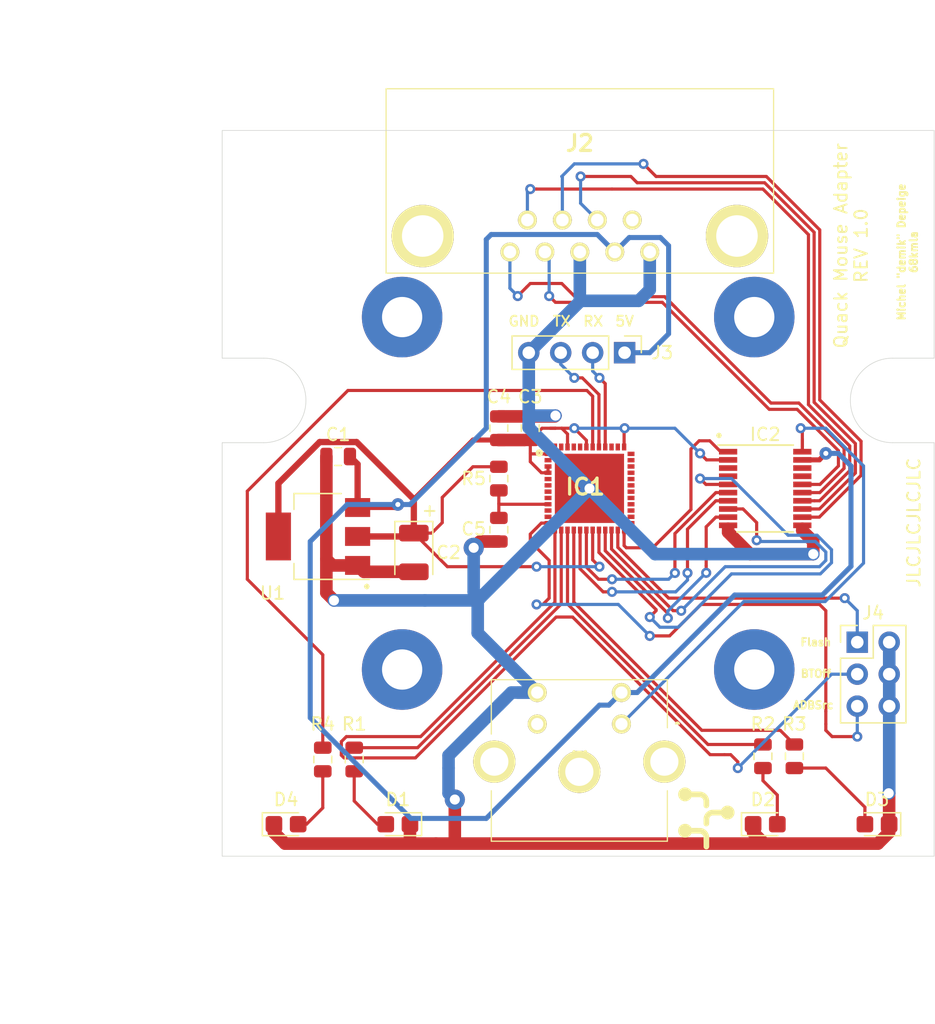
<source format=kicad_pcb>
(kicad_pcb (version 20171130) (host pcbnew "(5.1.5-0-10_14)")

  (general
    (thickness 1.6)
    (drawings 27)
    (tracks 418)
    (zones 0)
    (modules 26)
    (nets 30)
  )

  (page A4)
  (title_block
    (title "Quack Mouse Adapter")
    (date 2020-09-14)
    (rev 1.0)
    (company Lostwave)
    (comment 1 https://68kmla.org)
    (comment 2 https://github.com/demik/quack/tree/master/EDA)
  )

  (layers
    (0 F.Cu signal)
    (31 B.Cu signal)
    (33 F.Adhes user)
    (35 F.Paste user)
    (37 F.SilkS user)
    (38 B.Mask user)
    (39 F.Mask user)
    (40 Dwgs.User user)
    (41 Cmts.User user)
    (42 Eco1.User user)
    (43 Eco2.User user)
    (44 Edge.Cuts user)
    (45 Margin user)
    (46 B.CrtYd user)
    (47 F.CrtYd user)
    (49 F.Fab user)
  )

  (setup
    (last_trace_width 0.25)
    (trace_clearance 0.2)
    (zone_clearance 0.508)
    (zone_45_only no)
    (trace_min 0.2)
    (via_size 0.8)
    (via_drill 0.4)
    (via_min_size 0.4)
    (via_min_drill 0.3)
    (uvia_size 0.3)
    (uvia_drill 0.1)
    (uvias_allowed no)
    (uvia_min_size 0.2)
    (uvia_min_drill 0.1)
    (edge_width 0.05)
    (segment_width 0.2)
    (pcb_text_width 0.3)
    (pcb_text_size 1.5 1.5)
    (mod_edge_width 0.12)
    (mod_text_size 1 1)
    (mod_text_width 0.15)
    (pad_size 6.4 6.4)
    (pad_drill 3.2)
    (pad_to_mask_clearance 0.051)
    (solder_mask_min_width 0.25)
    (aux_axis_origin 0 0)
    (visible_elements FFFFFF7F)
    (pcbplotparams
      (layerselection 0x010fc_ffffffff)
      (usegerberextensions false)
      (usegerberattributes false)
      (usegerberadvancedattributes false)
      (creategerberjobfile false)
      (excludeedgelayer true)
      (linewidth 0.100000)
      (plotframeref false)
      (viasonmask false)
      (mode 1)
      (useauxorigin false)
      (hpglpennumber 1)
      (hpglpenspeed 20)
      (hpglpendiameter 15.000000)
      (psnegative false)
      (psa4output false)
      (plotreference true)
      (plotvalue true)
      (plotinvisibletext false)
      (padsonsilk false)
      (subtractmaskfromsilk false)
      (outputformat 1)
      (mirror false)
      (drillshape 1)
      (scaleselection 1)
      (outputdirectory ""))
  )

  (net 0 "")
  (net 1 GND)
  (net 2 +5V)
  (net 3 "Net-(IC2-Pad20)")
  (net 4 +3V3)
  (net 5 "Net-(D1-Pad2)")
  (net 6 "Net-(D2-Pad2)")
  (net 7 "Net-(D3-Pad2)")
  (net 8 "Net-(D4-Pad2)")
  (net 9 "Net-(IC1-Pad14)")
  (net 10 "Net-(IC1-Pad15)")
  (net 11 "Net-(IC1-Pad16)")
  (net 12 "Net-(IC1-Pad42)")
  (net 13 U0RXD)
  (net 14 U0TXD)
  (net 15 /quack_connectors/QY2_5V)
  (net 16 /quack_connectors/CLICK_5V)
  (net 17 /quack_connectors/QY1_5V)
  (net 18 /quack_connectors/QX1_5V)
  (net 19 /quack_connectors/QX2_5V)
  (net 20 FLASH)
  (net 21 QY1_3V)
  (net 22 QX1_3V)
  (net 23 QX2_3V)
  (net 24 QY2_3V)
  (net 25 CLICK_3V)
  (net 26 ADB)
  (net 27 "Net-(C5-Pad1)")
  (net 28 ADBSRC)
  (net 29 BTOFF)

  (net_class Default "Ceci est la Netclass par défaut."
    (clearance 0.2)
    (trace_width 0.25)
    (via_dia 0.8)
    (via_drill 0.4)
    (uvia_dia 0.3)
    (uvia_drill 0.1)
    (add_net +3V3)
    (add_net /quack_connectors/CLICK_5V)
    (add_net /quack_connectors/QX1_5V)
    (add_net /quack_connectors/QX2_5V)
    (add_net /quack_connectors/QY1_5V)
    (add_net /quack_connectors/QY2_5V)
    (add_net ADB)
    (add_net ADBSRC)
    (add_net BTOFF)
    (add_net CLICK_3V)
    (add_net FLASH)
    (add_net "Net-(C5-Pad1)")
    (add_net "Net-(D1-Pad2)")
    (add_net "Net-(D2-Pad2)")
    (add_net "Net-(D3-Pad2)")
    (add_net "Net-(D4-Pad2)")
    (add_net "Net-(IC1-Pad14)")
    (add_net "Net-(IC1-Pad15)")
    (add_net "Net-(IC1-Pad16)")
    (add_net "Net-(IC1-Pad42)")
    (add_net "Net-(IC2-Pad20)")
    (add_net QX1_3V)
    (add_net QX2_3V)
    (add_net QY1_3V)
    (add_net QY2_3V)
    (add_net U0RXD)
    (add_net U0TXD)
  )

  (net_class +V ""
    (clearance 0.2)
    (trace_width 0.4)
    (via_dia 1)
    (via_drill 0.4)
    (uvia_dia 0.3)
    (uvia_drill 0.1)
    (add_net +5V)
  )

  (net_class GND ""
    (clearance 0.2)
    (trace_width 1)
    (via_dia 1.6)
    (via_drill 0.8)
    (uvia_dia 0.3)
    (uvia_drill 0.1)
    (add_net GND)
  )

  (module ADB_logo_5mm:ADB_logo_5mm (layer F.Cu) (tedit 0) (tstamp 5F60B12E)
    (at 165.5 124)
    (fp_text reference G*** (at 0 0) (layer F.SilkS) hide
      (effects (font (size 1.524 1.524) (thickness 0.3)))
    )
    (fp_text value LOGO (at 0.75 0) (layer F.SilkS) hide
      (effects (font (size 1.524 1.524) (thickness 0.3)))
    )
    (fp_poly (pts (xy -1.669591 -2.453296) (xy -1.634726 -2.451804) (xy -1.603773 -2.4489) (xy -1.583267 -2.445512)
      (xy -1.517065 -2.427224) (xy -1.454393 -2.401396) (xy -1.394888 -2.367843) (xy -1.338182 -2.326381)
      (xy -1.326019 -2.316157) (xy -1.300067 -2.291127) (xy -1.273057 -2.260324) (xy -1.246686 -2.225977)
      (xy -1.222655 -2.190317) (xy -1.202664 -2.155575) (xy -1.200626 -2.151592) (xy -1.189424 -2.129367)
      (xy -0.855797 -2.129367) (xy -0.785136 -2.12933) (xy -0.722305 -2.129187) (xy -0.666667 -2.128893)
      (xy -0.617586 -2.128399) (xy -0.574425 -2.127659) (xy -0.536548 -2.126627) (xy -0.503317 -2.125256)
      (xy -0.474097 -2.123498) (xy -0.448251 -2.121307) (xy -0.425143 -2.118636) (xy -0.404135 -2.115439)
      (xy -0.384591 -2.111668) (xy -0.365875 -2.107277) (xy -0.34735 -2.102219) (xy -0.328379 -2.096447)
      (xy -0.308327 -2.089914) (xy -0.305247 -2.088886) (xy -0.230642 -2.059591) (xy -0.1605 -2.023337)
      (xy -0.095166 -1.980564) (xy -0.034989 -1.931714) (xy 0.019682 -1.877227) (xy 0.0685 -1.817544)
      (xy 0.111117 -1.753107) (xy 0.147186 -1.684355) (xy 0.176357 -1.61173) (xy 0.198283 -1.535673)
      (xy 0.212616 -1.456625) (xy 0.215735 -1.42875) (xy 0.216685 -1.41433) (xy 0.21756 -1.392629)
      (xy 0.21834 -1.364831) (xy 0.219 -1.332122) (xy 0.21952 -1.295686) (xy 0.219875 -1.256708)
      (xy 0.220045 -1.216374) (xy 0.220056 -1.20015) (xy 0.219979 -1.152894) (xy 0.219771 -1.113307)
      (xy 0.219409 -1.080589) (xy 0.218868 -1.053944) (xy 0.218125 -1.032574) (xy 0.217156 -1.01568)
      (xy 0.215938 -1.002465) (xy 0.214446 -0.992131) (xy 0.213737 -0.988484) (xy 0.201165 -0.948073)
      (xy 0.181889 -0.911896) (xy 0.156783 -0.880505) (xy 0.126719 -0.854455) (xy 0.092569 -0.834301)
      (xy 0.055208 -0.820596) (xy 0.015506 -0.813895) (xy -0.025662 -0.814752) (xy -0.052349 -0.819516)
      (xy -0.087549 -0.831921) (xy -0.121262 -0.851089) (xy -0.151723 -0.875622) (xy -0.177162 -0.904121)
      (xy -0.194162 -0.931715) (xy -0.199856 -0.943718) (xy -0.204649 -0.955154) (xy -0.208618 -0.966861)
      (xy -0.211841 -0.979676) (xy -0.214397 -0.994437) (xy -0.216363 -1.011982) (xy -0.217817 -1.033147)
      (xy -0.218838 -1.058772) (xy -0.219502 -1.089693) (xy -0.219889 -1.126748) (xy -0.220076 -1.170775)
      (xy -0.220133 -1.210733) (xy -0.22021 -1.260046) (xy -0.220407 -1.30176) (xy -0.220802 -1.336745)
      (xy -0.221471 -1.36587) (xy -0.22249 -1.390003) (xy -0.223934 -1.410013) (xy -0.225881 -1.426769)
      (xy -0.228406 -1.44114) (xy -0.231585 -1.453994) (xy -0.235494 -1.4662) (xy -0.24021 -1.478626)
      (xy -0.244524 -1.489093) (xy -0.268466 -1.535389) (xy -0.299149 -1.576828) (xy -0.336088 -1.612962)
      (xy -0.378797 -1.643344) (xy -0.42679 -1.667528) (xy -0.446617 -1.675107) (xy -0.480483 -1.686984)
      (xy -0.836084 -1.687889) (xy -1.191683 -1.688795) (xy -1.2065 -1.658377) (xy -1.220636 -1.632607)
      (xy -1.238837 -1.604133) (xy -1.258982 -1.576032) (xy -1.278945 -1.551377) (xy -1.285096 -1.544559)
      (xy -1.335916 -1.495596) (xy -1.389838 -1.454423) (xy -1.447282 -1.420798) (xy -1.508668 -1.39448)
      (xy -1.574417 -1.375227) (xy -1.583267 -1.373239) (xy -1.609706 -1.369046) (xy -1.641974 -1.366327)
      (xy -1.677561 -1.365084) (xy -1.713959 -1.36532) (xy -1.748657 -1.367038) (xy -1.779148 -1.37024)
      (xy -1.794934 -1.372993) (xy -1.861527 -1.390941) (xy -1.923035 -1.415447) (xy -1.980129 -1.446865)
      (xy -2.033485 -1.485546) (xy -2.06749 -1.515715) (xy -2.114142 -1.565938) (xy -2.153416 -1.620229)
      (xy -2.185177 -1.678266) (xy -2.209286 -1.73973) (xy -2.225609 -1.8043) (xy -2.234008 -1.871655)
      (xy -2.2352 -1.909234) (xy -2.231351 -1.978061) (xy -2.219769 -2.043486) (xy -2.200401 -2.105635)
      (xy -2.173193 -2.164635) (xy -2.138094 -2.220612) (xy -2.09505 -2.273695) (xy -2.074735 -2.295011)
      (xy -2.024168 -2.340374) (xy -1.970365 -2.378067) (xy -1.912727 -2.408418) (xy -1.850651 -2.431754)
      (xy -1.799167 -2.44521) (xy -1.773157 -2.449333) (xy -1.741257 -2.452057) (xy -1.705918 -2.45338)
      (xy -1.669591 -2.453296)) (layer F.SilkS) (width 0.01))
    (fp_poly (pts (xy 1.728693 -1.013101) (xy 1.762554 -1.010795) (xy 1.793324 -1.00645) (xy 1.823646 -0.999674)
      (xy 1.856161 -0.990073) (xy 1.862667 -0.987943) (xy 1.92358 -0.963357) (xy 1.981059 -0.931412)
      (xy 2.03442 -0.892754) (xy 2.082982 -0.848032) (xy 2.126064 -0.797891) (xy 2.162984 -0.742978)
      (xy 2.193059 -0.683942) (xy 2.199605 -0.668169) (xy 2.215744 -0.618564) (xy 2.227231 -0.564153)
      (xy 2.23382 -0.50736) (xy 2.235262 -0.45061) (xy 2.231311 -0.396327) (xy 2.22899 -0.380608)
      (xy 2.21382 -0.315039) (xy 2.190954 -0.252443) (xy 2.160825 -0.193416) (xy 2.123861 -0.13855)
      (xy 2.080495 -0.088441) (xy 2.031156 -0.043682) (xy 1.976275 -0.004869) (xy 1.942925 0.014237)
      (xy 1.895768 0.036731) (xy 1.849695 0.053445) (xy 1.802581 0.064885) (xy 1.752305 0.071553)
      (xy 1.696742 0.073954) (xy 1.691217 0.073979) (xy 1.640067 0.072605) (xy 1.594603 0.067963)
      (xy 1.552497 0.059509) (xy 1.511418 0.046699) (xy 1.469036 0.028992) (xy 1.442285 0.015928)
      (xy 1.384251 -0.018385) (xy 1.331016 -0.059456) (xy 1.283156 -0.106703) (xy 1.241251 -0.159542)
      (xy 1.205876 -0.217393) (xy 1.200556 -0.227681) (xy 1.189283 -0.250044) (xy 0.837 -0.248674)
      (xy 0.773741 -0.248417) (xy 0.718376 -0.248162) (xy 0.670332 -0.247895) (xy 0.629037 -0.247603)
      (xy 0.593917 -0.247271) (xy 0.5644 -0.246887) (xy 0.539914 -0.246438) (xy 0.519885 -0.245908)
      (xy 0.503741 -0.245286) (xy 0.490909 -0.244557) (xy 0.480816 -0.243708) (xy 0.47289 -0.242725)
      (xy 0.466558 -0.241595) (xy 0.461247 -0.240304) (xy 0.459317 -0.239751) (xy 0.410967 -0.221213)
      (xy 0.366143 -0.195748) (xy 0.325798 -0.164152) (xy 0.290886 -0.127225) (xy 0.26236 -0.085765)
      (xy 0.251974 -0.06608) (xy 0.245765 -0.053095) (xy 0.240505 -0.041519) (xy 0.236106 -0.030533)
      (xy 0.232482 -0.019318) (xy 0.229543 -0.007058) (xy 0.227204 0.007065) (xy 0.225376 0.023871)
      (xy 0.223971 0.044176) (xy 0.222903 0.068799) (xy 0.222083 0.098558) (xy 0.221423 0.134271)
      (xy 0.220837 0.176755) (xy 0.220237 0.226828) (xy 0.220191 0.230717) (xy 0.219609 0.279147)
      (xy 0.219075 0.31989) (xy 0.21855 0.353722) (xy 0.217997 0.381421) (xy 0.217378 0.403766)
      (xy 0.216654 0.421534) (xy 0.215788 0.435504) (xy 0.214742 0.446452) (xy 0.213477 0.455158)
      (xy 0.211956 0.462398) (xy 0.21014 0.468951) (xy 0.208269 0.474768) (xy 0.191205 0.513262)
      (xy 0.167657 0.54723) (xy 0.138569 0.575999) (xy 0.104884 0.598894) (xy 0.067548 0.615242)
      (xy 0.027504 0.624369) (xy -0.003753 0.626069) (xy -0.021412 0.625081) (xy -0.039192 0.623102)
      (xy -0.046328 0.621917) (xy -0.067476 0.615676) (xy -0.091698 0.605295) (xy -0.115838 0.592372)
      (xy -0.136742 0.578503) (xy -0.144312 0.572326) (xy -0.170329 0.544253) (xy -0.192466 0.510404)
      (xy -0.206611 0.479972) (xy -0.217835 0.45085) (xy -0.219289 0.256117) (xy -0.219606 0.200773)
      (xy -0.21964 0.152954) (xy -0.219344 0.111718) (xy -0.218672 0.076126) (xy -0.217578 0.045238)
      (xy -0.216014 0.018115) (xy -0.213936 -0.006185) (xy -0.211296 -0.028599) (xy -0.208048 -0.050069)
      (xy -0.204146 -0.071534) (xy -0.2028 -0.078317) (xy -0.183372 -0.153596) (xy -0.156338 -0.225874)
      (xy -0.122175 -0.294676) (xy -0.081359 -0.359527) (xy -0.034364 -0.419953) (xy 0.018333 -0.47548)
      (xy 0.076257 -0.525633) (xy 0.138931 -0.569937) (xy 0.205881 -0.607918) (xy 0.276631 -0.639102)
      (xy 0.350705 -0.663014) (xy 0.393404 -0.67304) (xy 0.408704 -0.675987) (xy 0.424272 -0.678577)
      (xy 0.440739 -0.680834) (xy 0.458732 -0.682779) (xy 0.47888 -0.684437) (xy 0.501813 -0.68583)
      (xy 0.528159 -0.68698) (xy 0.558547 -0.687911) (xy 0.593605 -0.688646) (xy 0.633963 -0.689207)
      (xy 0.680249 -0.689618) (xy 0.733092 -0.689901) (xy 0.793121 -0.69008) (xy 0.860965 -0.690177)
      (xy 0.8636 -0.690179) (xy 1.191683 -0.690459) (xy 1.203772 -0.715959) (xy 1.233035 -0.768165)
      (xy 1.269573 -0.817419) (xy 1.312472 -0.862921) (xy 1.36082 -0.90387) (xy 1.413702 -0.939466)
      (xy 1.470204 -0.968909) (xy 1.5113 -0.985386) (xy 1.544501 -0.996268) (xy 1.574776 -1.004123)
      (xy 1.604716 -1.009366) (xy 1.636911 -1.012409) (xy 1.673952 -1.013666) (xy 1.6891 -1.013761)
      (xy 1.728693 -1.013101)) (layer F.SilkS) (width 0.01))
    (fp_poly (pts (xy -1.624432 0.43541) (xy -1.56091 0.446329) (xy -1.500226 0.464856) (xy -1.441451 0.491268)
      (xy -1.386543 0.523918) (xy -1.340713 0.558717) (xy -1.297105 0.600151) (xy -1.257314 0.646415)
      (xy -1.222936 0.695701) (xy -1.202002 0.732891) (xy -1.189682 0.757297) (xy -0.822383 0.758973)
      (xy -0.756673 0.75927) (xy -0.698803 0.759547) (xy -0.648147 0.759838) (xy -0.604077 0.760179)
      (xy -0.565968 0.760605) (xy -0.533192 0.761151) (xy -0.505124 0.761852) (xy -0.481136 0.762742)
      (xy -0.460602 0.763858) (xy -0.442895 0.765234) (xy -0.427389 0.766904) (xy -0.413458 0.768905)
      (xy -0.400474 0.771271) (xy -0.387812 0.774037) (xy -0.374844 0.777238) (xy -0.360944 0.780909)
      (xy -0.345485 0.785086) (xy -0.3429 0.785783) (xy -0.269131 0.809967) (xy -0.198761 0.841602)
      (xy -0.132254 0.880199) (xy -0.070075 0.925267) (xy -0.01269 0.976317) (xy 0.039437 1.032857)
      (xy 0.085843 1.094399) (xy 0.126061 1.160451) (xy 0.159627 1.230524) (xy 0.186077 1.304127)
      (xy 0.200424 1.3589) (xy 0.203737 1.374291) (xy 0.20667 1.389266) (xy 0.209245 1.404411)
      (xy 0.211481 1.42031) (xy 0.213399 1.43755) (xy 0.21502 1.456715) (xy 0.216364 1.478389)
      (xy 0.217452 1.503159) (xy 0.218305 1.53161) (xy 0.218943 1.564325) (xy 0.219387 1.601891)
      (xy 0.219657 1.644893) (xy 0.219775 1.693915) (xy 0.21976 1.749544) (xy 0.219633 1.812363)
      (xy 0.219415 1.882958) (xy 0.219368 1.896533) (xy 0.218017 2.27965) (xy 0.20701 2.307923)
      (xy 0.186977 2.348937) (xy 0.161327 2.383728) (xy 0.130268 2.412103) (xy 0.094012 2.433872)
      (xy 0.052769 2.448843) (xy 0.052056 2.449029) (xy 0.024566 2.453642) (xy -0.006259 2.454751)
      (xy -0.036278 2.452365) (xy -0.053871 2.448818) (xy -0.0946 2.433641) (xy -0.130771 2.411481)
      (xy -0.161912 2.38277) (xy -0.187553 2.34794) (xy -0.206701 2.308772) (xy -0.218014 2.27965)
      (xy -0.220193 1.869017) (xy -0.222372 1.458383) (xy -0.232318 1.42875) (xy -0.253528 1.377496)
      (xy -0.280747 1.332202) (xy -0.313971 1.292875) (xy -0.353195 1.25952) (xy -0.398414 1.232143)
      (xy -0.41131 1.225933) (xy -0.422341 1.220863) (xy -0.432285 1.216416) (xy -0.44175 1.212547)
      (xy -0.451344 1.209213) (xy -0.461674 1.206372) (xy -0.473347 1.203979) (xy -0.486971 1.201991)
      (xy -0.503153 1.200365) (xy -0.522501 1.199058) (xy -0.545622 1.198025) (xy -0.573124 1.197224)
      (xy -0.605614 1.196611) (xy -0.6437 1.196142) (xy -0.687989 1.195775) (xy -0.739089 1.195466)
      (xy -0.797607 1.195172) (xy -0.845064 1.194943) (xy -1.188477 1.193266) (xy -1.203971 1.223763)
      (xy -1.23746 1.280588) (xy -1.27769 1.333053) (xy -1.32386 1.38043) (xy -1.375169 1.421991)
      (xy -1.430818 1.457009) (xy -1.490005 1.484755) (xy -1.491597 1.485378) (xy -1.538111 1.501571)
      (xy -1.582351 1.512616) (xy -1.627472 1.519099) (xy -1.676629 1.521605) (xy -1.686984 1.521681)
      (xy -1.726463 1.52099) (xy -1.760415 1.518549) (xy -1.791673 1.51395) (xy -1.823068 1.506787)
      (xy -1.8542 1.49768) (xy -1.915305 1.474037) (xy -1.973369 1.442948) (xy -2.027567 1.405118)
      (xy -2.077068 1.361254) (xy -2.121046 1.312061) (xy -2.158673 1.258246) (xy -2.179931 1.219926)
      (xy -2.19226 1.192159) (xy -2.204467 1.159177) (xy -2.215516 1.124182) (xy -2.22437 1.090377)
      (xy -2.228657 1.06942) (xy -2.232494 1.038635) (xy -2.234552 1.002619) (xy -2.234825 0.964424)
      (xy -2.233309 0.927096) (xy -2.23 0.893686) (xy -2.22892 0.886472) (xy -2.215437 0.827246)
      (xy -2.194584 0.768143) (xy -2.167238 0.711206) (xy -2.134274 0.658475) (xy -2.126399 0.6477)
      (xy -2.108899 0.626607) (xy -2.08654 0.602863) (xy -2.061492 0.578535) (xy -2.035926 0.555689)
      (xy -2.012011 0.536392) (xy -2.001772 0.529008) (xy -1.942859 0.493286) (xy -1.882265 0.465816)
      (xy -1.819645 0.446491) (xy -1.754652 0.4352) (xy -1.691721 0.431817) (xy -1.624432 0.43541)) (layer F.SilkS) (width 0.01))
  )

  (module MountingHole:MountingHole_3.2mm_M3_Pad (layer F.Cu) (tedit 56D1B4CB) (tstamp 5F5EB674)
    (at 169.31 84.17)
    (descr "Mounting Hole 3.2mm, M3")
    (tags "mounting hole 3.2mm m3")
    (attr virtual)
    (fp_text reference REF** (at 0 -4.2) (layer F.SilkS) hide
      (effects (font (size 1 1) (thickness 0.15)))
    )
    (fp_text value MountingHole_3.2mm_M3_Pad (at 0 4.2) (layer F.Fab) hide
      (effects (font (size 1 1) (thickness 0.15)))
    )
    (fp_circle (center 0 0) (end 3.45 0) (layer F.CrtYd) (width 0.05))
    (fp_circle (center 0 0) (end 3.2 0) (layer Cmts.User) (width 0.15))
    (fp_text user %R (at 0.3 0) (layer F.Fab)
      (effects (font (size 1 1) (thickness 0.15)))
    )
    (pad 1 thru_hole circle (at 0 0) (size 6.4 6.4) (drill 3.2) (layers *.Cu *.Mask))
  )

  (module MountingHole:MountingHole_3.2mm_M3_Pad (layer F.Cu) (tedit 56D1B4CB) (tstamp 5F5EB620)
    (at 141.31 84.17)
    (descr "Mounting Hole 3.2mm, M3")
    (tags "mounting hole 3.2mm m3")
    (attr virtual)
    (fp_text reference REF** (at 0 -4.2) (layer F.SilkS) hide
      (effects (font (size 1 1) (thickness 0.15)))
    )
    (fp_text value MountingHole_3.2mm_M3_Pad (at 0 4.2) (layer F.Fab) hide
      (effects (font (size 1 1) (thickness 0.15)))
    )
    (fp_circle (center 0 0) (end 3.45 0) (layer F.CrtYd) (width 0.05))
    (fp_circle (center 0 0) (end 3.2 0) (layer Cmts.User) (width 0.15))
    (fp_text user %R (at 0.3 0) (layer F.Fab)
      (effects (font (size 1 1) (thickness 0.15)))
    )
    (pad 1 thru_hole circle (at 0 0) (size 6.4 6.4) (drill 3.2) (layers *.Cu *.Mask))
  )

  (module MountingHole:MountingHole_3.2mm_M3_Pad (layer F.Cu) (tedit 56D1B4CB) (tstamp 5F5EB58C)
    (at 169.31 112.17)
    (descr "Mounting Hole 3.2mm, M3")
    (tags "mounting hole 3.2mm m3")
    (attr virtual)
    (fp_text reference REF** (at 0 -4.2) (layer F.SilkS) hide
      (effects (font (size 1 1) (thickness 0.15)))
    )
    (fp_text value MountingHole_3.2mm_M3_Pad (at 0 4.2) (layer F.Fab) hide
      (effects (font (size 1 1) (thickness 0.15)))
    )
    (fp_circle (center 0 0) (end 3.45 0) (layer F.CrtYd) (width 0.05))
    (fp_circle (center 0 0) (end 3.2 0) (layer Cmts.User) (width 0.15))
    (fp_text user %R (at 0.3 0) (layer F.Fab)
      (effects (font (size 1 1) (thickness 0.15)))
    )
    (pad 1 thru_hole circle (at 0 0) (size 6.4 6.4) (drill 3.2) (layers *.Cu *.Mask))
  )

  (module MountingHole:MountingHole_3.2mm_M3_Pad (layer F.Cu) (tedit 56D1B4CB) (tstamp 5F5EB4F6)
    (at 141.31 112.17)
    (descr "Mounting Hole 3.2mm, M3")
    (tags "mounting hole 3.2mm m3")
    (attr virtual)
    (fp_text reference REF** (at 0 -4.2) (layer F.SilkS) hide
      (effects (font (size 1 1) (thickness 0.15)))
    )
    (fp_text value MountingHole_3.2mm_M3_Pad (at 0 4.2) (layer F.Fab) hide
      (effects (font (size 1 1) (thickness 0.15)))
    )
    (fp_circle (center 0 0) (end 3.45 0) (layer F.CrtYd) (width 0.05))
    (fp_circle (center 0 0) (end 3.2 0) (layer Cmts.User) (width 0.15))
    (fp_text user %R (at 0.3 0) (layer F.Fab)
      (effects (font (size 1 1) (thickness 0.15)))
    )
    (pad 1 thru_hole circle (at 0 0) (size 6.4 6.4) (drill 3.2) (layers *.Cu *.Mask))
  )

  (module ESP32-PICO-D4:ESP32-PICO-D4_1 (layer F.Cu) (tedit 5F5E529E) (tstamp 5F5EBCE9)
    (at 156.21 97.79)
    (descr ESP32-PICO-D4_1)
    (tags "Integrated Circuit")
    (path /5F5E5479)
    (attr smd)
    (fp_text reference IC1 (at -0.341 -0.132) (layer F.SilkS)
      (effects (font (size 1.27 1.27) (thickness 0.254)))
    )
    (fp_text value ESP32-PICO-D4 (at -0.341 -0.132) (layer F.SilkS) hide
      (effects (font (size 1.27 1.27) (thickness 0.254)))
    )
    (fp_circle (center -3.991 -2.825) (end -4.02812 -2.825) (layer F.SilkS) (width 0.254))
    (fp_line (start -3.5 3.5) (end -3.5 -3.5) (layer Dwgs.User) (width 0.2))
    (fp_line (start 3.5 3.5) (end -3.5 3.5) (layer Dwgs.User) (width 0.2))
    (fp_line (start 3.5 -3.5) (end 3.5 3.5) (layer Dwgs.User) (width 0.2))
    (fp_line (start -3.5 -3.5) (end 3.5 -3.5) (layer Dwgs.User) (width 0.2))
    (pad 49 smd rect (at -0.006 -0.013 90) (size 5.5 5.5) (layers F.Cu F.Paste F.Mask)
      (net 1 GND))
    (pad 48 smd rect (at -2.75 -3.3) (size 0.35 0.55) (layers F.Cu F.Paste F.Mask))
    (pad 47 smd rect (at -2.25 -3.3) (size 0.35 0.55) (layers F.Cu F.Paste F.Mask))
    (pad 46 smd rect (at -1.75 -3.3) (size 0.35 0.55) (layers F.Cu F.Paste F.Mask)
      (net 4 +3V3))
    (pad 45 smd rect (at -1.25 -3.3) (size 0.35 0.55) (layers F.Cu F.Paste F.Mask))
    (pad 44 smd rect (at -0.75 -3.3) (size 0.35 0.55) (layers F.Cu F.Paste F.Mask))
    (pad 43 smd rect (at -0.25 -3.3) (size 0.35 0.55) (layers F.Cu F.Paste F.Mask)
      (net 4 +3V3))
    (pad 42 smd rect (at 0.25 -3.3) (size 0.35 0.55) (layers F.Cu F.Paste F.Mask)
      (net 12 "Net-(IC1-Pad42)"))
    (pad 41 smd rect (at 0.75 -3.3) (size 0.35 0.55) (layers F.Cu F.Paste F.Mask)
      (net 14 U0TXD))
    (pad 40 smd rect (at 1.25 -3.3) (size 0.35 0.55) (layers F.Cu F.Paste F.Mask)
      (net 13 U0RXD))
    (pad 39 smd rect (at 1.75 -3.3) (size 0.35 0.55) (layers F.Cu F.Paste F.Mask))
    (pad 38 smd rect (at 2.25 -3.3) (size 0.35 0.55) (layers F.Cu F.Paste F.Mask))
    (pad 37 smd rect (at 2.75 -3.3) (size 0.35 0.55) (layers F.Cu F.Paste F.Mask)
      (net 4 +3V3))
    (pad 36 smd rect (at 3.3 -2.75 90) (size 0.35 0.55) (layers F.Cu F.Paste F.Mask))
    (pad 35 smd rect (at 3.3 -2.25 90) (size 0.35 0.55) (layers F.Cu F.Paste F.Mask))
    (pad 34 smd rect (at 3.3 -1.75 90) (size 0.35 0.55) (layers F.Cu F.Paste F.Mask))
    (pad 33 smd rect (at 3.3 -1.25 90) (size 0.35 0.55) (layers F.Cu F.Paste F.Mask))
    (pad 32 smd rect (at 3.3 -0.75 90) (size 0.35 0.55) (layers F.Cu F.Paste F.Mask))
    (pad 31 smd rect (at 3.3 -0.25 90) (size 0.35 0.55) (layers F.Cu F.Paste F.Mask))
    (pad 30 smd rect (at 3.3 0.25 90) (size 0.35 0.55) (layers F.Cu F.Paste F.Mask))
    (pad 29 smd rect (at 3.3 0.75 90) (size 0.35 0.55) (layers F.Cu F.Paste F.Mask))
    (pad 28 smd rect (at 3.3 1.25 90) (size 0.35 0.55) (layers F.Cu F.Paste F.Mask))
    (pad 27 smd rect (at 3.3 1.75 90) (size 0.35 0.55) (layers F.Cu F.Paste F.Mask))
    (pad 26 smd rect (at 3.3 2.25 90) (size 0.35 0.55) (layers F.Cu F.Paste F.Mask))
    (pad 25 smd rect (at 3.3 2.75 90) (size 0.35 0.55) (layers F.Cu F.Paste F.Mask))
    (pad 24 smd rect (at 2.75 3.3) (size 0.35 0.55) (layers F.Cu F.Paste F.Mask)
      (net 26 ADB))
    (pad 23 smd rect (at 2.25 3.3) (size 0.35 0.55) (layers F.Cu F.Paste F.Mask)
      (net 20 FLASH))
    (pad 22 smd rect (at 1.75 3.3) (size 0.35 0.55) (layers F.Cu F.Paste F.Mask)
      (net 25 CLICK_3V))
    (pad 21 smd rect (at 1.25 3.3) (size 0.35 0.55) (layers F.Cu F.Paste F.Mask)
      (net 24 QY2_3V))
    (pad 20 smd rect (at 0.75 3.3) (size 0.35 0.55) (layers F.Cu F.Paste F.Mask)
      (net 23 QX2_3V))
    (pad 19 smd rect (at 0.25 3.3) (size 0.35 0.55) (layers F.Cu F.Paste F.Mask)
      (net 4 +3V3))
    (pad 18 smd rect (at -0.25 3.3) (size 0.35 0.55) (layers F.Cu F.Paste F.Mask)
      (net 22 QX1_3V))
    (pad 17 smd rect (at -0.75 3.3) (size 0.35 0.55) (layers F.Cu F.Paste F.Mask)
      (net 21 QY1_3V))
    (pad 16 smd rect (at -1.25 3.3) (size 0.35 0.55) (layers F.Cu F.Paste F.Mask)
      (net 11 "Net-(IC1-Pad16)"))
    (pad 15 smd rect (at -1.75 3.3) (size 0.35 0.55) (layers F.Cu F.Paste F.Mask)
      (net 10 "Net-(IC1-Pad15)"))
    (pad 14 smd rect (at -2.25 3.3) (size 0.35 0.55) (layers F.Cu F.Paste F.Mask)
      (net 9 "Net-(IC1-Pad14)"))
    (pad 13 smd rect (at -2.75 3.3) (size 0.35 0.55) (layers F.Cu F.Paste F.Mask)
      (net 29 BTOFF))
    (pad 12 smd rect (at -3.3 2.75 90) (size 0.35 0.55) (layers F.Cu F.Paste F.Mask)
      (net 28 ADBSRC))
    (pad 11 smd rect (at -3.3 2.25 90) (size 0.35 0.55) (layers F.Cu F.Paste F.Mask))
    (pad 10 smd rect (at -3.3 1.75 90) (size 0.35 0.55) (layers F.Cu F.Paste F.Mask))
    (pad 9 smd rect (at -3.3 1.25 90) (size 0.35 0.55) (layers F.Cu F.Paste F.Mask)
      (net 27 "Net-(C5-Pad1)"))
    (pad 8 smd rect (at -3.3 0.75 90) (size 0.35 0.55) (layers F.Cu F.Paste F.Mask))
    (pad 7 smd rect (at -3.3 0.25 90) (size 0.35 0.55) (layers F.Cu F.Paste F.Mask))
    (pad 6 smd rect (at -3.3 -0.25 90) (size 0.35 0.55) (layers F.Cu F.Paste F.Mask))
    (pad 5 smd rect (at -3.3 -0.75 90) (size 0.35 0.55) (layers F.Cu F.Paste F.Mask))
    (pad 4 smd rect (at -3.3 -1.25 90) (size 0.35 0.55) (layers F.Cu F.Paste F.Mask)
      (net 4 +3V3))
    (pad 3 smd rect (at -3.3 -1.75 90) (size 0.35 0.55) (layers F.Cu F.Paste F.Mask)
      (net 4 +3V3))
    (pad 2 smd rect (at -3.3 -2.25 90) (size 0.35 0.55) (layers F.Cu F.Paste F.Mask))
    (pad 1 smd rect (at -3.3 -2.75 90) (size 0.35 0.55) (layers F.Cu F.Paste F.Mask)
      (net 4 +3V3))
  )

  (module Package_SO:TSSOP-20_4.4x6.5mm_P0.65mm (layer F.Cu) (tedit 5A02F25C) (tstamp 5F5EBD0D)
    (at 170.18 97.79)
    (descr "20-Lead Plastic Thin Shrink Small Outline (ST)-4.4 mm Body [TSSOP] (see Microchip Packaging Specification 00000049BS.pdf)")
    (tags "SSOP 0.65")
    (path /5F5EA845/5F5EC2ED)
    (attr smd)
    (fp_text reference IC2 (at 0 -4.3) (layer F.SilkS)
      (effects (font (size 1 1) (thickness 0.15)))
    )
    (fp_text value TXB0108PWR (at 0 4.3) (layer F.Fab)
      (effects (font (size 1 1) (thickness 0.15)))
    )
    (fp_text user %R (at 0 0) (layer F.Fab)
      (effects (font (size 0.8 0.8) (thickness 0.15)))
    )
    (fp_line (start -3.75 -3.45) (end 2.225 -3.45) (layer F.SilkS) (width 0.15))
    (fp_line (start -2.225 3.45) (end 2.225 3.45) (layer F.SilkS) (width 0.15))
    (fp_line (start -3.95 3.55) (end 3.95 3.55) (layer F.CrtYd) (width 0.05))
    (fp_line (start -3.95 -3.55) (end 3.95 -3.55) (layer F.CrtYd) (width 0.05))
    (fp_line (start 3.95 -3.55) (end 3.95 3.55) (layer F.CrtYd) (width 0.05))
    (fp_line (start -3.95 -3.55) (end -3.95 3.55) (layer F.CrtYd) (width 0.05))
    (fp_line (start -2.2 -2.25) (end -1.2 -3.25) (layer F.Fab) (width 0.15))
    (fp_line (start -2.2 3.25) (end -2.2 -2.25) (layer F.Fab) (width 0.15))
    (fp_line (start 2.2 3.25) (end -2.2 3.25) (layer F.Fab) (width 0.15))
    (fp_line (start 2.2 -3.25) (end 2.2 3.25) (layer F.Fab) (width 0.15))
    (fp_line (start -1.2 -3.25) (end 2.2 -3.25) (layer F.Fab) (width 0.15))
    (pad 20 smd rect (at 2.95 -2.925) (size 1.45 0.45) (layers F.Cu F.Paste F.Mask)
      (net 3 "Net-(IC2-Pad20)"))
    (pad 19 smd rect (at 2.95 -2.275) (size 1.45 0.45) (layers F.Cu F.Paste F.Mask)
      (net 2 +5V))
    (pad 18 smd rect (at 2.95 -1.625) (size 1.45 0.45) (layers F.Cu F.Paste F.Mask))
    (pad 17 smd rect (at 2.95 -0.975) (size 1.45 0.45) (layers F.Cu F.Paste F.Mask))
    (pad 16 smd rect (at 2.95 -0.325) (size 1.45 0.45) (layers F.Cu F.Paste F.Mask)
      (net 19 /quack_connectors/QX2_5V))
    (pad 15 smd rect (at 2.95 0.325) (size 1.45 0.45) (layers F.Cu F.Paste F.Mask)
      (net 18 /quack_connectors/QX1_5V))
    (pad 14 smd rect (at 2.95 0.975) (size 1.45 0.45) (layers F.Cu F.Paste F.Mask)
      (net 17 /quack_connectors/QY1_5V))
    (pad 13 smd rect (at 2.95 1.625) (size 1.45 0.45) (layers F.Cu F.Paste F.Mask)
      (net 16 /quack_connectors/CLICK_5V))
    (pad 12 smd rect (at 2.95 2.275) (size 1.45 0.45) (layers F.Cu F.Paste F.Mask)
      (net 15 /quack_connectors/QY2_5V))
    (pad 11 smd rect (at 2.95 2.925) (size 1.45 0.45) (layers F.Cu F.Paste F.Mask)
      (net 1 GND))
    (pad 10 smd rect (at -2.95 2.925) (size 1.45 0.45) (layers F.Cu F.Paste F.Mask)
      (net 1 GND))
    (pad 9 smd rect (at -2.95 2.275) (size 1.45 0.45) (layers F.Cu F.Paste F.Mask)
      (net 24 QY2_3V))
    (pad 8 smd rect (at -2.95 1.625) (size 1.45 0.45) (layers F.Cu F.Paste F.Mask)
      (net 25 CLICK_3V))
    (pad 7 smd rect (at -2.95 0.975) (size 1.45 0.45) (layers F.Cu F.Paste F.Mask)
      (net 21 QY1_3V))
    (pad 6 smd rect (at -2.95 0.325) (size 1.45 0.45) (layers F.Cu F.Paste F.Mask)
      (net 22 QX1_3V))
    (pad 5 smd rect (at -2.95 -0.325) (size 1.45 0.45) (layers F.Cu F.Paste F.Mask)
      (net 23 QX2_3V))
    (pad 4 smd rect (at -2.95 -0.975) (size 1.45 0.45) (layers F.Cu F.Paste F.Mask))
    (pad 3 smd rect (at -2.95 -1.625) (size 1.45 0.45) (layers F.Cu F.Paste F.Mask))
    (pad 2 smd rect (at -2.95 -2.275) (size 1.45 0.45) (layers F.Cu F.Paste F.Mask)
      (net 4 +3V3))
    (pad 1 smd rect (at -2.95 -2.925) (size 1.45 0.45) (layers F.Cu F.Paste F.Mask)
      (net 26 ADB))
    (model ${KISYS3DMOD}/Package_SO.3dshapes/TSSOP-20_4.4x6.5mm_P0.65mm.wrl
      (at (xyz 0 0 0))
      (scale (xyz 1 1 1))
      (rotate (xyz 0 0 0))
    )
  )

  (module Quack_MDIN4:57491811 (layer F.Cu) (tedit 5F5E633E) (tstamp 5F5EBD2A)
    (at 158.75 116.5)
    (descr 5749181-1-2)
    (tags Connector)
    (path /5F5EA845/5F5EB6CA)
    (fp_text reference J1 (at -3.35 2.895) (layer F.SilkS)
      (effects (font (size 1.27 1.27) (thickness 0.254)))
    )
    (fp_text value DIN-4 (at -3.35 2.895) (layer F.SilkS) hide
      (effects (font (size 1.27 1.27) (thickness 0.254)))
    )
    (fp_arc (start 4.45 0) (end 4.6 0) (angle -180) (layer F.SilkS) (width 0.1))
    (fp_arc (start 4.45 0) (end 4.5 0) (angle -180) (layer F.SilkS) (width 0.1))
    (fp_line (start 4.6 0) (end 4.6 0) (layer F.SilkS) (width 0.1))
    (fp_line (start 4.5 0) (end 4.5 0) (layer F.SilkS) (width 0.1))
    (fp_line (start 3.65 -3.52) (end 3.65 0.3) (layer F.SilkS) (width 0.1))
    (fp_line (start -10.35 -3.52) (end 3.65 -3.52) (layer F.SilkS) (width 0.1))
    (fp_line (start -10.35 0.8) (end -10.35 -3.52) (layer F.SilkS) (width 0.1))
    (fp_line (start 3.65 9.31) (end 3.65 5.3) (layer F.SilkS) (width 0.1))
    (fp_line (start -10.35 9.31) (end 3.65 9.31) (layer F.SilkS) (width 0.1))
    (fp_line (start -10.35 5.3) (end -10.35 9.31) (layer F.SilkS) (width 0.1))
    (fp_line (start -12.788 -4.52) (end -12.788 10.31) (layer Dwgs.User) (width 0.1))
    (fp_line (start 6.088 -4.52) (end -12.788 -4.52) (layer Dwgs.User) (width 0.1))
    (fp_line (start 6.088 10.31) (end 6.088 -4.52) (layer Dwgs.User) (width 0.1))
    (fp_line (start -12.788 10.31) (end 6.088 10.31) (layer Dwgs.User) (width 0.1))
    (fp_line (start -10.35 -3.52) (end -10.35 9.31) (layer Dwgs.User) (width 0.2))
    (fp_line (start 3.65 -3.52) (end -10.35 -3.52) (layer Dwgs.User) (width 0.2))
    (fp_line (start 3.65 9.31) (end 3.65 -3.52) (layer Dwgs.User) (width 0.2))
    (fp_line (start -10.35 9.31) (end 3.65 9.31) (layer Dwgs.User) (width 0.2))
    (pad MH3 thru_hole circle (at 3.41 2.99 90) (size 3.356 3.356) (drill 2.237) (layers *.Cu *.Mask F.SilkS))
    (pad MH2 thru_hole circle (at -10.11 2.99 90) (size 3.356 3.356) (drill 2.237) (layers *.Cu *.Mask F.SilkS))
    (pad MH1 thru_hole circle (at -3.35 3.8 90) (size 3.356 3.356) (drill 2.237) (layers *.Cu *.Mask F.SilkS))
    (pad 4 thru_hole circle (at -6.7 -2.5 90) (size 1.509 1.509) (drill 0.97) (layers *.Cu *.Mask F.SilkS)
      (net 1 GND))
    (pad 3 thru_hole circle (at 0 -2.5 90) (size 1.509 1.509) (drill 0.97) (layers *.Cu *.Mask F.SilkS)
      (net 2 +5V))
    (pad 2 thru_hole circle (at -6.7 0 90) (size 1.509 1.509) (drill 0.97) (layers *.Cu *.Mask F.SilkS))
    (pad 1 thru_hole circle (at 0 0 90) (size 1.509 1.509) (drill 0.97) (layers *.Cu *.Mask F.SilkS)
      (net 3 "Net-(IC2-Pad20)"))
  )

  (module Capacitor_SMD:C_0805_2012Metric (layer F.Cu) (tedit 5B36C52B) (tstamp 5F5EC470)
    (at 136.2225 95.25 180)
    (descr "Capacitor SMD 0805 (2012 Metric), square (rectangular) end terminal, IPC_7351 nominal, (Body size source: https://docs.google.com/spreadsheets/d/1BsfQQcO9C6DZCsRaXUlFlo91Tg2WpOkGARC1WS5S8t0/edit?usp=sharing), generated with kicad-footprint-generator")
    (tags capacitor)
    (path /5F60FDC9)
    (attr smd)
    (fp_text reference C1 (at 0 1.75) (layer F.SilkS)
      (effects (font (size 1 1) (thickness 0.15)))
    )
    (fp_text value 10uF (at 0 1.65) (layer F.Fab)
      (effects (font (size 1 1) (thickness 0.15)))
    )
    (fp_text user %R (at 0 0) (layer F.Fab)
      (effects (font (size 0.5 0.5) (thickness 0.08)))
    )
    (fp_line (start 1.68 0.95) (end -1.68 0.95) (layer F.CrtYd) (width 0.05))
    (fp_line (start 1.68 -0.95) (end 1.68 0.95) (layer F.CrtYd) (width 0.05))
    (fp_line (start -1.68 -0.95) (end 1.68 -0.95) (layer F.CrtYd) (width 0.05))
    (fp_line (start -1.68 0.95) (end -1.68 -0.95) (layer F.CrtYd) (width 0.05))
    (fp_line (start -0.258578 0.71) (end 0.258578 0.71) (layer F.SilkS) (width 0.12))
    (fp_line (start -0.258578 -0.71) (end 0.258578 -0.71) (layer F.SilkS) (width 0.12))
    (fp_line (start 1 0.6) (end -1 0.6) (layer F.Fab) (width 0.1))
    (fp_line (start 1 -0.6) (end 1 0.6) (layer F.Fab) (width 0.1))
    (fp_line (start -1 -0.6) (end 1 -0.6) (layer F.Fab) (width 0.1))
    (fp_line (start -1 0.6) (end -1 -0.6) (layer F.Fab) (width 0.1))
    (pad 2 smd roundrect (at 0.9375 0 180) (size 0.975 1.4) (layers F.Cu F.Paste F.Mask) (roundrect_rratio 0.25)
      (net 1 GND))
    (pad 1 smd roundrect (at -0.9375 0 180) (size 0.975 1.4) (layers F.Cu F.Paste F.Mask) (roundrect_rratio 0.25)
      (net 2 +5V))
    (model ${KISYS3DMOD}/Capacitor_SMD.3dshapes/C_0805_2012Metric.wrl
      (at (xyz 0 0 0))
      (scale (xyz 1 1 1))
      (rotate (xyz 0 0 0))
    )
  )

  (module Capacitor_Tantalum_SMD:CP_EIA-3528-12_Kemet-T (layer F.Cu) (tedit 5B342532) (tstamp 5F5EC5E8)
    (at 142.24 102.87 270)
    (descr "Tantalum Capacitor SMD Kemet-T (3528-12 Metric), IPC_7351 nominal, (Body size from: http://www.kemet.com/Lists/ProductCatalog/Attachments/253/KEM_TC101_STD.pdf), generated with kicad-footprint-generator")
    (tags "capacitor tantalum")
    (path /5F6139D7)
    (attr smd)
    (fp_text reference C2 (at 0 -2.76 180) (layer F.SilkS)
      (effects (font (size 1 1) (thickness 0.15)))
    )
    (fp_text value 100uF (at 0 2.35 90) (layer F.Fab)
      (effects (font (size 1 1) (thickness 0.15)))
    )
    (fp_text user %R (at 0 0 90) (layer F.Fab)
      (effects (font (size 0.88 0.88) (thickness 0.13)))
    )
    (fp_line (start 2.45 1.65) (end -2.45 1.65) (layer F.CrtYd) (width 0.05))
    (fp_line (start 2.45 -1.65) (end 2.45 1.65) (layer F.CrtYd) (width 0.05))
    (fp_line (start -2.45 -1.65) (end 2.45 -1.65) (layer F.CrtYd) (width 0.05))
    (fp_line (start -2.45 1.65) (end -2.45 -1.65) (layer F.CrtYd) (width 0.05))
    (fp_line (start -2.46 1.51) (end 1.75 1.51) (layer F.SilkS) (width 0.12))
    (fp_line (start -2.46 -1.51) (end -2.46 1.51) (layer F.SilkS) (width 0.12))
    (fp_line (start 1.75 -1.51) (end -2.46 -1.51) (layer F.SilkS) (width 0.12))
    (fp_line (start 1.75 1.4) (end 1.75 -1.4) (layer F.Fab) (width 0.1))
    (fp_line (start -1.75 1.4) (end 1.75 1.4) (layer F.Fab) (width 0.1))
    (fp_line (start -1.75 -0.7) (end -1.75 1.4) (layer F.Fab) (width 0.1))
    (fp_line (start -1.05 -1.4) (end -1.75 -0.7) (layer F.Fab) (width 0.1))
    (fp_line (start 1.75 -1.4) (end -1.05 -1.4) (layer F.Fab) (width 0.1))
    (pad 2 smd roundrect (at 1.5375 0 270) (size 1.325 2.35) (layers F.Cu F.Paste F.Mask) (roundrect_rratio 0.188679)
      (net 1 GND))
    (pad 1 smd roundrect (at -1.5375 0 270) (size 1.325 2.35) (layers F.Cu F.Paste F.Mask) (roundrect_rratio 0.188679)
      (net 4 +3V3))
    (model ${KISYS3DMOD}/Capacitor_Tantalum_SMD.3dshapes/CP_EIA-3528-12_Kemet-T.wrl
      (at (xyz 0 0 0))
      (scale (xyz 1 1 1))
      (rotate (xyz 0 0 0))
    )
  )

  (module Package_TO_SOT_SMD:SOT-223-3_TabPin2 (layer F.Cu) (tedit 5A02FF57) (tstamp 5F5EC4DB)
    (at 134.62 101.6 180)
    (descr "module CMS SOT223 4 pins")
    (tags "CMS SOT")
    (path /5F607118)
    (attr smd)
    (fp_text reference U1 (at 3.62 -4.5) (layer F.SilkS)
      (effects (font (size 1 1) (thickness 0.15)))
    )
    (fp_text value AMS1117-3.3 (at 0 4.5) (layer F.Fab)
      (effects (font (size 1 1) (thickness 0.15)))
    )
    (fp_line (start 1.85 -3.35) (end 1.85 3.35) (layer F.Fab) (width 0.1))
    (fp_line (start -1.85 3.35) (end 1.85 3.35) (layer F.Fab) (width 0.1))
    (fp_line (start -4.1 -3.41) (end 1.91 -3.41) (layer F.SilkS) (width 0.12))
    (fp_line (start -0.85 -3.35) (end 1.85 -3.35) (layer F.Fab) (width 0.1))
    (fp_line (start -1.85 3.41) (end 1.91 3.41) (layer F.SilkS) (width 0.12))
    (fp_line (start -1.85 -2.35) (end -1.85 3.35) (layer F.Fab) (width 0.1))
    (fp_line (start -1.85 -2.35) (end -0.85 -3.35) (layer F.Fab) (width 0.1))
    (fp_line (start -4.4 -3.6) (end -4.4 3.6) (layer F.CrtYd) (width 0.05))
    (fp_line (start -4.4 3.6) (end 4.4 3.6) (layer F.CrtYd) (width 0.05))
    (fp_line (start 4.4 3.6) (end 4.4 -3.6) (layer F.CrtYd) (width 0.05))
    (fp_line (start 4.4 -3.6) (end -4.4 -3.6) (layer F.CrtYd) (width 0.05))
    (fp_line (start 1.91 -3.41) (end 1.91 -2.15) (layer F.SilkS) (width 0.12))
    (fp_line (start 1.91 3.41) (end 1.91 2.15) (layer F.SilkS) (width 0.12))
    (fp_text user %R (at 0 0 90) (layer F.Fab)
      (effects (font (size 0.8 0.8) (thickness 0.12)))
    )
    (pad 1 smd rect (at -3.15 -2.3 180) (size 2 1.5) (layers F.Cu F.Paste F.Mask)
      (net 1 GND))
    (pad 3 smd rect (at -3.15 2.3 180) (size 2 1.5) (layers F.Cu F.Paste F.Mask)
      (net 2 +5V))
    (pad 2 smd rect (at -3.15 0 180) (size 2 1.5) (layers F.Cu F.Paste F.Mask)
      (net 4 +3V3))
    (pad 2 smd rect (at 3.15 0 180) (size 2 3.8) (layers F.Cu F.Paste F.Mask)
      (net 4 +3V3))
    (model ${KISYS3DMOD}/Package_TO_SOT_SMD.3dshapes/SOT-223.wrl
      (at (xyz 0 0 0))
      (scale (xyz 1 1 1))
      (rotate (xyz 0 0 0))
    )
  )

  (module LED_SMD:LED_0805_2012Metric_Castellated (layer F.Cu) (tedit 5B36C52C) (tstamp 5F5ECBCF)
    (at 140.97 124.46 180)
    (descr "LED SMD 0805 (2012 Metric), castellated end terminal, IPC_7351 nominal, (Body size source: https://docs.google.com/spreadsheets/d/1BsfQQcO9C6DZCsRaXUlFlo91Tg2WpOkGARC1WS5S8t0/edit?usp=sharing), generated with kicad-footprint-generator")
    (tags "LED castellated")
    (path /5F6256F8)
    (attr smd)
    (fp_text reference D1 (at 0 1.96) (layer F.SilkS)
      (effects (font (size 1 1) (thickness 0.15)))
    )
    (fp_text value "BLUE LED" (at 0 -3.04) (layer F.Fab)
      (effects (font (size 1 1) (thickness 0.15)))
    )
    (fp_text user %R (at 0 0) (layer F.Fab)
      (effects (font (size 0.5 0.5) (thickness 0.08)))
    )
    (fp_line (start 1.88 0.9) (end -1.88 0.9) (layer F.CrtYd) (width 0.05))
    (fp_line (start 1.88 -0.9) (end 1.88 0.9) (layer F.CrtYd) (width 0.05))
    (fp_line (start -1.88 -0.9) (end 1.88 -0.9) (layer F.CrtYd) (width 0.05))
    (fp_line (start -1.88 0.9) (end -1.88 -0.9) (layer F.CrtYd) (width 0.05))
    (fp_line (start -1.885 0.91) (end 1 0.91) (layer F.SilkS) (width 0.12))
    (fp_line (start -1.885 -0.91) (end -1.885 0.91) (layer F.SilkS) (width 0.12))
    (fp_line (start 1 -0.91) (end -1.885 -0.91) (layer F.SilkS) (width 0.12))
    (fp_line (start 1 0.6) (end 1 -0.6) (layer F.Fab) (width 0.1))
    (fp_line (start -1 0.6) (end 1 0.6) (layer F.Fab) (width 0.1))
    (fp_line (start -1 -0.3) (end -1 0.6) (layer F.Fab) (width 0.1))
    (fp_line (start -0.7 -0.6) (end -1 -0.3) (layer F.Fab) (width 0.1))
    (fp_line (start 1 -0.6) (end -0.7 -0.6) (layer F.Fab) (width 0.1))
    (pad 2 smd roundrect (at 0.9625 0 180) (size 1.325 1.3) (layers F.Cu F.Paste F.Mask) (roundrect_rratio 0.192308)
      (net 5 "Net-(D1-Pad2)"))
    (pad 1 smd roundrect (at -0.9625 0 180) (size 1.325 1.3) (layers F.Cu F.Paste F.Mask) (roundrect_rratio 0.192308)
      (net 1 GND))
    (model ${KISYS3DMOD}/LED_SMD.3dshapes/LED_0805_2012Metric_Castellated.wrl
      (at (xyz 0 0 0))
      (scale (xyz 1 1 1))
      (rotate (xyz 0 0 0))
    )
  )

  (module LED_SMD:LED_0805_2012Metric_Castellated (layer F.Cu) (tedit 5B36C52C) (tstamp 5F5ECBE2)
    (at 170.18 124.46)
    (descr "LED SMD 0805 (2012 Metric), castellated end terminal, IPC_7351 nominal, (Body size source: https://docs.google.com/spreadsheets/d/1BsfQQcO9C6DZCsRaXUlFlo91Tg2WpOkGARC1WS5S8t0/edit?usp=sharing), generated with kicad-footprint-generator")
    (tags "LED castellated")
    (path /5F626D09)
    (attr smd)
    (fp_text reference D2 (at -0.18 -1.96) (layer F.SilkS)
      (effects (font (size 1 1) (thickness 0.15)))
    )
    (fp_text value "YELLOW LED" (at 0 3.04) (layer F.Fab)
      (effects (font (size 1 1) (thickness 0.15)))
    )
    (fp_text user %R (at 0 0) (layer F.Fab)
      (effects (font (size 0.5 0.5) (thickness 0.08)))
    )
    (fp_line (start 1.88 0.9) (end -1.88 0.9) (layer F.CrtYd) (width 0.05))
    (fp_line (start 1.88 -0.9) (end 1.88 0.9) (layer F.CrtYd) (width 0.05))
    (fp_line (start -1.88 -0.9) (end 1.88 -0.9) (layer F.CrtYd) (width 0.05))
    (fp_line (start -1.88 0.9) (end -1.88 -0.9) (layer F.CrtYd) (width 0.05))
    (fp_line (start -1.885 0.91) (end 1 0.91) (layer F.SilkS) (width 0.12))
    (fp_line (start -1.885 -0.91) (end -1.885 0.91) (layer F.SilkS) (width 0.12))
    (fp_line (start 1 -0.91) (end -1.885 -0.91) (layer F.SilkS) (width 0.12))
    (fp_line (start 1 0.6) (end 1 -0.6) (layer F.Fab) (width 0.1))
    (fp_line (start -1 0.6) (end 1 0.6) (layer F.Fab) (width 0.1))
    (fp_line (start -1 -0.3) (end -1 0.6) (layer F.Fab) (width 0.1))
    (fp_line (start -0.7 -0.6) (end -1 -0.3) (layer F.Fab) (width 0.1))
    (fp_line (start 1 -0.6) (end -0.7 -0.6) (layer F.Fab) (width 0.1))
    (pad 2 smd roundrect (at 0.9625 0) (size 1.325 1.3) (layers F.Cu F.Paste F.Mask) (roundrect_rratio 0.192308)
      (net 6 "Net-(D2-Pad2)"))
    (pad 1 smd roundrect (at -0.9625 0) (size 1.325 1.3) (layers F.Cu F.Paste F.Mask) (roundrect_rratio 0.192308)
      (net 1 GND))
    (model ${KISYS3DMOD}/LED_SMD.3dshapes/LED_0805_2012Metric_Castellated.wrl
      (at (xyz 0 0 0))
      (scale (xyz 1 1 1))
      (rotate (xyz 0 0 0))
    )
  )

  (module LED_SMD:LED_0805_2012Metric_Castellated (layer F.Cu) (tedit 5B36C52C) (tstamp 5F5ECBF5)
    (at 179.07 124.46 180)
    (descr "LED SMD 0805 (2012 Metric), castellated end terminal, IPC_7351 nominal, (Body size source: https://docs.google.com/spreadsheets/d/1BsfQQcO9C6DZCsRaXUlFlo91Tg2WpOkGARC1WS5S8t0/edit?usp=sharing), generated with kicad-footprint-generator")
    (tags "LED castellated")
    (path /5F62988B)
    (attr smd)
    (fp_text reference D3 (at 0 1.96) (layer F.SilkS)
      (effects (font (size 1 1) (thickness 0.15)))
    )
    (fp_text value "RED LED" (at 0 -3.04) (layer F.Fab)
      (effects (font (size 1 1) (thickness 0.15)))
    )
    (fp_text user %R (at 0 0) (layer F.Fab)
      (effects (font (size 0.5 0.5) (thickness 0.08)))
    )
    (fp_line (start 1.88 0.9) (end -1.88 0.9) (layer F.CrtYd) (width 0.05))
    (fp_line (start 1.88 -0.9) (end 1.88 0.9) (layer F.CrtYd) (width 0.05))
    (fp_line (start -1.88 -0.9) (end 1.88 -0.9) (layer F.CrtYd) (width 0.05))
    (fp_line (start -1.88 0.9) (end -1.88 -0.9) (layer F.CrtYd) (width 0.05))
    (fp_line (start -1.885 0.91) (end 1 0.91) (layer F.SilkS) (width 0.12))
    (fp_line (start -1.885 -0.91) (end -1.885 0.91) (layer F.SilkS) (width 0.12))
    (fp_line (start 1 -0.91) (end -1.885 -0.91) (layer F.SilkS) (width 0.12))
    (fp_line (start 1 0.6) (end 1 -0.6) (layer F.Fab) (width 0.1))
    (fp_line (start -1 0.6) (end 1 0.6) (layer F.Fab) (width 0.1))
    (fp_line (start -1 -0.3) (end -1 0.6) (layer F.Fab) (width 0.1))
    (fp_line (start -0.7 -0.6) (end -1 -0.3) (layer F.Fab) (width 0.1))
    (fp_line (start 1 -0.6) (end -0.7 -0.6) (layer F.Fab) (width 0.1))
    (pad 2 smd roundrect (at 0.9625 0 180) (size 1.325 1.3) (layers F.Cu F.Paste F.Mask) (roundrect_rratio 0.192308)
      (net 7 "Net-(D3-Pad2)"))
    (pad 1 smd roundrect (at -0.9625 0 180) (size 1.325 1.3) (layers F.Cu F.Paste F.Mask) (roundrect_rratio 0.192308)
      (net 1 GND))
    (model ${KISYS3DMOD}/LED_SMD.3dshapes/LED_0805_2012Metric_Castellated.wrl
      (at (xyz 0 0 0))
      (scale (xyz 1 1 1))
      (rotate (xyz 0 0 0))
    )
  )

  (module LED_SMD:LED_0805_2012Metric_Castellated (layer F.Cu) (tedit 5B36C52C) (tstamp 5F5ECC08)
    (at 132.08 124.46)
    (descr "LED SMD 0805 (2012 Metric), castellated end terminal, IPC_7351 nominal, (Body size source: https://docs.google.com/spreadsheets/d/1BsfQQcO9C6DZCsRaXUlFlo91Tg2WpOkGARC1WS5S8t0/edit?usp=sharing), generated with kicad-footprint-generator")
    (tags "LED castellated")
    (path /5F621DE4)
    (attr smd)
    (fp_text reference D4 (at 0 -1.96) (layer F.SilkS)
      (effects (font (size 1 1) (thickness 0.15)))
    )
    (fp_text value "GREEN LED" (at 0 3.04) (layer F.Fab)
      (effects (font (size 1 1) (thickness 0.15)))
    )
    (fp_text user %R (at 0 0) (layer F.Fab)
      (effects (font (size 0.5 0.5) (thickness 0.08)))
    )
    (fp_line (start 1.88 0.9) (end -1.88 0.9) (layer F.CrtYd) (width 0.05))
    (fp_line (start 1.88 -0.9) (end 1.88 0.9) (layer F.CrtYd) (width 0.05))
    (fp_line (start -1.88 -0.9) (end 1.88 -0.9) (layer F.CrtYd) (width 0.05))
    (fp_line (start -1.88 0.9) (end -1.88 -0.9) (layer F.CrtYd) (width 0.05))
    (fp_line (start -1.885 0.91) (end 1 0.91) (layer F.SilkS) (width 0.12))
    (fp_line (start -1.885 -0.91) (end -1.885 0.91) (layer F.SilkS) (width 0.12))
    (fp_line (start 1 -0.91) (end -1.885 -0.91) (layer F.SilkS) (width 0.12))
    (fp_line (start 1 0.6) (end 1 -0.6) (layer F.Fab) (width 0.1))
    (fp_line (start -1 0.6) (end 1 0.6) (layer F.Fab) (width 0.1))
    (fp_line (start -1 -0.3) (end -1 0.6) (layer F.Fab) (width 0.1))
    (fp_line (start -0.7 -0.6) (end -1 -0.3) (layer F.Fab) (width 0.1))
    (fp_line (start 1 -0.6) (end -0.7 -0.6) (layer F.Fab) (width 0.1))
    (pad 2 smd roundrect (at 0.9625 0) (size 1.325 1.3) (layers F.Cu F.Paste F.Mask) (roundrect_rratio 0.192308)
      (net 8 "Net-(D4-Pad2)"))
    (pad 1 smd roundrect (at -0.9625 0) (size 1.325 1.3) (layers F.Cu F.Paste F.Mask) (roundrect_rratio 0.192308)
      (net 1 GND))
    (model ${KISYS3DMOD}/LED_SMD.3dshapes/LED_0805_2012Metric_Castellated.wrl
      (at (xyz 0 0 0))
      (scale (xyz 1 1 1))
      (rotate (xyz 0 0 0))
    )
  )

  (module Resistor_SMD:R_0805_2012Metric (layer F.Cu) (tedit 5B36C52B) (tstamp 5F5ECC19)
    (at 137.5 119.3175 270)
    (descr "Resistor SMD 0805 (2012 Metric), square (rectangular) end terminal, IPC_7351 nominal, (Body size source: https://docs.google.com/spreadsheets/d/1BsfQQcO9C6DZCsRaXUlFlo91Tg2WpOkGARC1WS5S8t0/edit?usp=sharing), generated with kicad-footprint-generator")
    (tags resistor)
    (path /5F62B2A2)
    (attr smd)
    (fp_text reference R1 (at -2.8175 0 180) (layer F.SilkS)
      (effects (font (size 1 1) (thickness 0.15)))
    )
    (fp_text value 33 (at 0 1.65 90) (layer F.Fab)
      (effects (font (size 1 1) (thickness 0.15)))
    )
    (fp_text user %R (at 0 0 90) (layer F.Fab)
      (effects (font (size 0.5 0.5) (thickness 0.08)))
    )
    (fp_line (start 1.68 0.95) (end -1.68 0.95) (layer F.CrtYd) (width 0.05))
    (fp_line (start 1.68 -0.95) (end 1.68 0.95) (layer F.CrtYd) (width 0.05))
    (fp_line (start -1.68 -0.95) (end 1.68 -0.95) (layer F.CrtYd) (width 0.05))
    (fp_line (start -1.68 0.95) (end -1.68 -0.95) (layer F.CrtYd) (width 0.05))
    (fp_line (start -0.258578 0.71) (end 0.258578 0.71) (layer F.SilkS) (width 0.12))
    (fp_line (start -0.258578 -0.71) (end 0.258578 -0.71) (layer F.SilkS) (width 0.12))
    (fp_line (start 1 0.6) (end -1 0.6) (layer F.Fab) (width 0.1))
    (fp_line (start 1 -0.6) (end 1 0.6) (layer F.Fab) (width 0.1))
    (fp_line (start -1 -0.6) (end 1 -0.6) (layer F.Fab) (width 0.1))
    (fp_line (start -1 0.6) (end -1 -0.6) (layer F.Fab) (width 0.1))
    (pad 2 smd roundrect (at 0.9375 0 270) (size 0.975 1.4) (layers F.Cu F.Paste F.Mask) (roundrect_rratio 0.25)
      (net 5 "Net-(D1-Pad2)"))
    (pad 1 smd roundrect (at -0.9375 0 270) (size 0.975 1.4) (layers F.Cu F.Paste F.Mask) (roundrect_rratio 0.25)
      (net 9 "Net-(IC1-Pad14)"))
    (model ${KISYS3DMOD}/Resistor_SMD.3dshapes/R_0805_2012Metric.wrl
      (at (xyz 0 0 0))
      (scale (xyz 1 1 1))
      (rotate (xyz 0 0 0))
    )
  )

  (module Resistor_SMD:R_0805_2012Metric (layer F.Cu) (tedit 5B36C52B) (tstamp 5F5ECC2A)
    (at 170 119.0625 270)
    (descr "Resistor SMD 0805 (2012 Metric), square (rectangular) end terminal, IPC_7351 nominal, (Body size source: https://docs.google.com/spreadsheets/d/1BsfQQcO9C6DZCsRaXUlFlo91Tg2WpOkGARC1WS5S8t0/edit?usp=sharing), generated with kicad-footprint-generator")
    (tags resistor)
    (path /5F62BD09)
    (attr smd)
    (fp_text reference R2 (at -2.5625 0 180) (layer F.SilkS)
      (effects (font (size 1 1) (thickness 0.15)))
    )
    (fp_text value 120 (at 0 1.65 90) (layer F.Fab)
      (effects (font (size 1 1) (thickness 0.15)))
    )
    (fp_text user %R (at 0 0 90) (layer F.Fab)
      (effects (font (size 0.5 0.5) (thickness 0.08)))
    )
    (fp_line (start 1.68 0.95) (end -1.68 0.95) (layer F.CrtYd) (width 0.05))
    (fp_line (start 1.68 -0.95) (end 1.68 0.95) (layer F.CrtYd) (width 0.05))
    (fp_line (start -1.68 -0.95) (end 1.68 -0.95) (layer F.CrtYd) (width 0.05))
    (fp_line (start -1.68 0.95) (end -1.68 -0.95) (layer F.CrtYd) (width 0.05))
    (fp_line (start -0.258578 0.71) (end 0.258578 0.71) (layer F.SilkS) (width 0.12))
    (fp_line (start -0.258578 -0.71) (end 0.258578 -0.71) (layer F.SilkS) (width 0.12))
    (fp_line (start 1 0.6) (end -1 0.6) (layer F.Fab) (width 0.1))
    (fp_line (start 1 -0.6) (end 1 0.6) (layer F.Fab) (width 0.1))
    (fp_line (start -1 -0.6) (end 1 -0.6) (layer F.Fab) (width 0.1))
    (fp_line (start -1 0.6) (end -1 -0.6) (layer F.Fab) (width 0.1))
    (pad 2 smd roundrect (at 0.9375 0 270) (size 0.975 1.4) (layers F.Cu F.Paste F.Mask) (roundrect_rratio 0.25)
      (net 6 "Net-(D2-Pad2)"))
    (pad 1 smd roundrect (at -0.9375 0 270) (size 0.975 1.4) (layers F.Cu F.Paste F.Mask) (roundrect_rratio 0.25)
      (net 10 "Net-(IC1-Pad15)"))
    (model ${KISYS3DMOD}/Resistor_SMD.3dshapes/R_0805_2012Metric.wrl
      (at (xyz 0 0 0))
      (scale (xyz 1 1 1))
      (rotate (xyz 0 0 0))
    )
  )

  (module Resistor_SMD:R_0805_2012Metric (layer F.Cu) (tedit 5B36C52B) (tstamp 5F5ECC3B)
    (at 172.5 119.0625 270)
    (descr "Resistor SMD 0805 (2012 Metric), square (rectangular) end terminal, IPC_7351 nominal, (Body size source: https://docs.google.com/spreadsheets/d/1BsfQQcO9C6DZCsRaXUlFlo91Tg2WpOkGARC1WS5S8t0/edit?usp=sharing), generated with kicad-footprint-generator")
    (tags resistor)
    (path /5F62CA4D)
    (attr smd)
    (fp_text reference R3 (at -2.5625 0 180) (layer F.SilkS)
      (effects (font (size 1 1) (thickness 0.15)))
    )
    (fp_text value 120 (at 0 1.65 90) (layer F.Fab)
      (effects (font (size 1 1) (thickness 0.15)))
    )
    (fp_text user %R (at 0 0 90) (layer F.Fab)
      (effects (font (size 0.5 0.5) (thickness 0.08)))
    )
    (fp_line (start 1.68 0.95) (end -1.68 0.95) (layer F.CrtYd) (width 0.05))
    (fp_line (start 1.68 -0.95) (end 1.68 0.95) (layer F.CrtYd) (width 0.05))
    (fp_line (start -1.68 -0.95) (end 1.68 -0.95) (layer F.CrtYd) (width 0.05))
    (fp_line (start -1.68 0.95) (end -1.68 -0.95) (layer F.CrtYd) (width 0.05))
    (fp_line (start -0.258578 0.71) (end 0.258578 0.71) (layer F.SilkS) (width 0.12))
    (fp_line (start -0.258578 -0.71) (end 0.258578 -0.71) (layer F.SilkS) (width 0.12))
    (fp_line (start 1 0.6) (end -1 0.6) (layer F.Fab) (width 0.1))
    (fp_line (start 1 -0.6) (end 1 0.6) (layer F.Fab) (width 0.1))
    (fp_line (start -1 -0.6) (end 1 -0.6) (layer F.Fab) (width 0.1))
    (fp_line (start -1 0.6) (end -1 -0.6) (layer F.Fab) (width 0.1))
    (pad 2 smd roundrect (at 0.9375 0 270) (size 0.975 1.4) (layers F.Cu F.Paste F.Mask) (roundrect_rratio 0.25)
      (net 7 "Net-(D3-Pad2)"))
    (pad 1 smd roundrect (at -0.9375 0 270) (size 0.975 1.4) (layers F.Cu F.Paste F.Mask) (roundrect_rratio 0.25)
      (net 11 "Net-(IC1-Pad16)"))
    (model ${KISYS3DMOD}/Resistor_SMD.3dshapes/R_0805_2012Metric.wrl
      (at (xyz 0 0 0))
      (scale (xyz 1 1 1))
      (rotate (xyz 0 0 0))
    )
  )

  (module Resistor_SMD:R_0805_2012Metric (layer F.Cu) (tedit 5B36C52B) (tstamp 5F5ECC4C)
    (at 135 119.3175 90)
    (descr "Resistor SMD 0805 (2012 Metric), square (rectangular) end terminal, IPC_7351 nominal, (Body size source: https://docs.google.com/spreadsheets/d/1BsfQQcO9C6DZCsRaXUlFlo91Tg2WpOkGARC1WS5S8t0/edit?usp=sharing), generated with kicad-footprint-generator")
    (tags resistor)
    (path /5F63A510)
    (attr smd)
    (fp_text reference R4 (at 2.8175 0 180) (layer F.SilkS)
      (effects (font (size 1 1) (thickness 0.15)))
    )
    (fp_text value 120 (at 0 1.65 90) (layer F.Fab)
      (effects (font (size 1 1) (thickness 0.15)))
    )
    (fp_text user %R (at 0 0 90) (layer F.Fab)
      (effects (font (size 0.5 0.5) (thickness 0.08)))
    )
    (fp_line (start 1.68 0.95) (end -1.68 0.95) (layer F.CrtYd) (width 0.05))
    (fp_line (start 1.68 -0.95) (end 1.68 0.95) (layer F.CrtYd) (width 0.05))
    (fp_line (start -1.68 -0.95) (end 1.68 -0.95) (layer F.CrtYd) (width 0.05))
    (fp_line (start -1.68 0.95) (end -1.68 -0.95) (layer F.CrtYd) (width 0.05))
    (fp_line (start -0.258578 0.71) (end 0.258578 0.71) (layer F.SilkS) (width 0.12))
    (fp_line (start -0.258578 -0.71) (end 0.258578 -0.71) (layer F.SilkS) (width 0.12))
    (fp_line (start 1 0.6) (end -1 0.6) (layer F.Fab) (width 0.1))
    (fp_line (start 1 -0.6) (end 1 0.6) (layer F.Fab) (width 0.1))
    (fp_line (start -1 -0.6) (end 1 -0.6) (layer F.Fab) (width 0.1))
    (fp_line (start -1 0.6) (end -1 -0.6) (layer F.Fab) (width 0.1))
    (pad 2 smd roundrect (at 0.9375 0 90) (size 0.975 1.4) (layers F.Cu F.Paste F.Mask) (roundrect_rratio 0.25)
      (net 12 "Net-(IC1-Pad42)"))
    (pad 1 smd roundrect (at -0.9375 0 90) (size 0.975 1.4) (layers F.Cu F.Paste F.Mask) (roundrect_rratio 0.25)
      (net 8 "Net-(D4-Pad2)"))
    (model ${KISYS3DMOD}/Resistor_SMD.3dshapes/R_0805_2012Metric.wrl
      (at (xyz 0 0 0))
      (scale (xyz 1 1 1))
      (rotate (xyz 0 0 0))
    )
  )

  (module Connector_PinHeader_2.54mm:PinHeader_1x04_P2.54mm_Vertical (layer F.Cu) (tedit 59FED5CC) (tstamp 5F5ED76A)
    (at 159 87 270)
    (descr "Through hole straight pin header, 1x04, 2.54mm pitch, single row")
    (tags "Through hole pin header THT 1x04 2.54mm single row")
    (path /5F5EA845/5F65399F)
    (fp_text reference J3 (at 0 -3 180) (layer F.SilkS)
      (effects (font (size 1 1) (thickness 0.15)))
    )
    (fp_text value FTDI (at 0 9.95 90) (layer F.Fab)
      (effects (font (size 1 1) (thickness 0.15)))
    )
    (fp_text user %R (at 0 3.81) (layer F.Fab)
      (effects (font (size 1 1) (thickness 0.15)))
    )
    (fp_line (start 1.8 -1.8) (end -1.8 -1.8) (layer F.CrtYd) (width 0.05))
    (fp_line (start 1.8 9.4) (end 1.8 -1.8) (layer F.CrtYd) (width 0.05))
    (fp_line (start -1.8 9.4) (end 1.8 9.4) (layer F.CrtYd) (width 0.05))
    (fp_line (start -1.8 -1.8) (end -1.8 9.4) (layer F.CrtYd) (width 0.05))
    (fp_line (start -1.33 -1.33) (end 0 -1.33) (layer F.SilkS) (width 0.12))
    (fp_line (start -1.33 0) (end -1.33 -1.33) (layer F.SilkS) (width 0.12))
    (fp_line (start -1.33 1.27) (end 1.33 1.27) (layer F.SilkS) (width 0.12))
    (fp_line (start 1.33 1.27) (end 1.33 8.95) (layer F.SilkS) (width 0.12))
    (fp_line (start -1.33 1.27) (end -1.33 8.95) (layer F.SilkS) (width 0.12))
    (fp_line (start -1.33 8.95) (end 1.33 8.95) (layer F.SilkS) (width 0.12))
    (fp_line (start -1.27 -0.635) (end -0.635 -1.27) (layer F.Fab) (width 0.1))
    (fp_line (start -1.27 8.89) (end -1.27 -0.635) (layer F.Fab) (width 0.1))
    (fp_line (start 1.27 8.89) (end -1.27 8.89) (layer F.Fab) (width 0.1))
    (fp_line (start 1.27 -1.27) (end 1.27 8.89) (layer F.Fab) (width 0.1))
    (fp_line (start -0.635 -1.27) (end 1.27 -1.27) (layer F.Fab) (width 0.1))
    (pad 4 thru_hole oval (at 0 7.62 270) (size 1.7 1.7) (drill 1) (layers *.Cu *.Mask)
      (net 1 GND))
    (pad 3 thru_hole oval (at 0 5.08 270) (size 1.7 1.7) (drill 1) (layers *.Cu *.Mask)
      (net 14 U0TXD))
    (pad 2 thru_hole oval (at 0 2.54 270) (size 1.7 1.7) (drill 1) (layers *.Cu *.Mask)
      (net 13 U0RXD))
    (pad 1 thru_hole rect (at 0 0 270) (size 1.7 1.7) (drill 1) (layers *.Cu *.Mask)
      (net 2 +5V))
    (model ${KISYS3DMOD}/Connector_PinHeader_2.54mm.3dshapes/PinHeader_1x04_P2.54mm_Vertical.wrl
      (at (xyz 0 0 0))
      (scale (xyz 1 1 1))
      (rotate (xyz 0 0 0))
    )
  )

  (module Capacitor_SMD:C_0805_2012Metric (layer F.Cu) (tedit 5B36C52B) (tstamp 5F5EE12E)
    (at 151.5 93 90)
    (descr "Capacitor SMD 0805 (2012 Metric), square (rectangular) end terminal, IPC_7351 nominal, (Body size source: https://docs.google.com/spreadsheets/d/1BsfQQcO9C6DZCsRaXUlFlo91Tg2WpOkGARC1WS5S8t0/edit?usp=sharing), generated with kicad-footprint-generator")
    (tags capacitor)
    (path /5F66FB55)
    (attr smd)
    (fp_text reference C3 (at 2.5 0 180) (layer F.SilkS)
      (effects (font (size 1 1) (thickness 0.15)))
    )
    (fp_text value 10 (at 0 1.65 90) (layer F.Fab)
      (effects (font (size 1 1) (thickness 0.15)))
    )
    (fp_text user %R (at 0 0 90) (layer F.Fab)
      (effects (font (size 0.5 0.5) (thickness 0.08)))
    )
    (fp_line (start 1.68 0.95) (end -1.68 0.95) (layer F.CrtYd) (width 0.05))
    (fp_line (start 1.68 -0.95) (end 1.68 0.95) (layer F.CrtYd) (width 0.05))
    (fp_line (start -1.68 -0.95) (end 1.68 -0.95) (layer F.CrtYd) (width 0.05))
    (fp_line (start -1.68 0.95) (end -1.68 -0.95) (layer F.CrtYd) (width 0.05))
    (fp_line (start -0.258578 0.71) (end 0.258578 0.71) (layer F.SilkS) (width 0.12))
    (fp_line (start -0.258578 -0.71) (end 0.258578 -0.71) (layer F.SilkS) (width 0.12))
    (fp_line (start 1 0.6) (end -1 0.6) (layer F.Fab) (width 0.1))
    (fp_line (start 1 -0.6) (end 1 0.6) (layer F.Fab) (width 0.1))
    (fp_line (start -1 -0.6) (end 1 -0.6) (layer F.Fab) (width 0.1))
    (fp_line (start -1 0.6) (end -1 -0.6) (layer F.Fab) (width 0.1))
    (pad 2 smd roundrect (at 0.9375 0 90) (size 0.975 1.4) (layers F.Cu F.Paste F.Mask) (roundrect_rratio 0.25)
      (net 1 GND))
    (pad 1 smd roundrect (at -0.9375 0 90) (size 0.975 1.4) (layers F.Cu F.Paste F.Mask) (roundrect_rratio 0.25)
      (net 4 +3V3))
    (model ${KISYS3DMOD}/Capacitor_SMD.3dshapes/C_0805_2012Metric.wrl
      (at (xyz 0 0 0))
      (scale (xyz 1 1 1))
      (rotate (xyz 0 0 0))
    )
  )

  (module Capacitor_SMD:C_0805_2012Metric (layer F.Cu) (tedit 5B36C52B) (tstamp 5F5EE13F)
    (at 149 93 90)
    (descr "Capacitor SMD 0805 (2012 Metric), square (rectangular) end terminal, IPC_7351 nominal, (Body size source: https://docs.google.com/spreadsheets/d/1BsfQQcO9C6DZCsRaXUlFlo91Tg2WpOkGARC1WS5S8t0/edit?usp=sharing), generated with kicad-footprint-generator")
    (tags capacitor)
    (path /5F66EA30)
    (attr smd)
    (fp_text reference C4 (at 2.5 0 180) (layer F.SilkS)
      (effects (font (size 1 1) (thickness 0.15)))
    )
    (fp_text value 0.1 (at 0 1.65 90) (layer F.Fab)
      (effects (font (size 1 1) (thickness 0.15)))
    )
    (fp_text user %R (at 0 0 90) (layer F.Fab)
      (effects (font (size 0.5 0.5) (thickness 0.08)))
    )
    (fp_line (start 1.68 0.95) (end -1.68 0.95) (layer F.CrtYd) (width 0.05))
    (fp_line (start 1.68 -0.95) (end 1.68 0.95) (layer F.CrtYd) (width 0.05))
    (fp_line (start -1.68 -0.95) (end 1.68 -0.95) (layer F.CrtYd) (width 0.05))
    (fp_line (start -1.68 0.95) (end -1.68 -0.95) (layer F.CrtYd) (width 0.05))
    (fp_line (start -0.258578 0.71) (end 0.258578 0.71) (layer F.SilkS) (width 0.12))
    (fp_line (start -0.258578 -0.71) (end 0.258578 -0.71) (layer F.SilkS) (width 0.12))
    (fp_line (start 1 0.6) (end -1 0.6) (layer F.Fab) (width 0.1))
    (fp_line (start 1 -0.6) (end 1 0.6) (layer F.Fab) (width 0.1))
    (fp_line (start -1 -0.6) (end 1 -0.6) (layer F.Fab) (width 0.1))
    (fp_line (start -1 0.6) (end -1 -0.6) (layer F.Fab) (width 0.1))
    (pad 2 smd roundrect (at 0.9375 0 90) (size 0.975 1.4) (layers F.Cu F.Paste F.Mask) (roundrect_rratio 0.25)
      (net 1 GND))
    (pad 1 smd roundrect (at -0.9375 0 90) (size 0.975 1.4) (layers F.Cu F.Paste F.Mask) (roundrect_rratio 0.25)
      (net 4 +3V3))
    (model ${KISYS3DMOD}/Capacitor_SMD.3dshapes/C_0805_2012Metric.wrl
      (at (xyz 0 0 0))
      (scale (xyz 1 1 1))
      (rotate (xyz 0 0 0))
    )
  )

  (module Connector_PinHeader_2.54mm:PinHeader_2x03_P2.54mm_Vertical (layer F.Cu) (tedit 59FED5CC) (tstamp 5F5EE15B)
    (at 177.5 110)
    (descr "Through hole straight pin header, 2x03, 2.54mm pitch, double rows")
    (tags "Through hole pin header THT 2x03 2.54mm double row")
    (path /5F5EA845/5F665D50)
    (fp_text reference J4 (at 1.27 -2.33) (layer F.SilkS)
      (effects (font (size 1 1) (thickness 0.15)))
    )
    (fp_text value MODE (at 1.27 7.41) (layer F.Fab)
      (effects (font (size 1 1) (thickness 0.15)))
    )
    (fp_text user %R (at 1.27 2.54 90) (layer F.Fab)
      (effects (font (size 1 1) (thickness 0.15)))
    )
    (fp_line (start 4.35 -1.8) (end -1.8 -1.8) (layer F.CrtYd) (width 0.05))
    (fp_line (start 4.35 6.85) (end 4.35 -1.8) (layer F.CrtYd) (width 0.05))
    (fp_line (start -1.8 6.85) (end 4.35 6.85) (layer F.CrtYd) (width 0.05))
    (fp_line (start -1.8 -1.8) (end -1.8 6.85) (layer F.CrtYd) (width 0.05))
    (fp_line (start -1.33 -1.33) (end 0 -1.33) (layer F.SilkS) (width 0.12))
    (fp_line (start -1.33 0) (end -1.33 -1.33) (layer F.SilkS) (width 0.12))
    (fp_line (start 1.27 -1.33) (end 3.87 -1.33) (layer F.SilkS) (width 0.12))
    (fp_line (start 1.27 1.27) (end 1.27 -1.33) (layer F.SilkS) (width 0.12))
    (fp_line (start -1.33 1.27) (end 1.27 1.27) (layer F.SilkS) (width 0.12))
    (fp_line (start 3.87 -1.33) (end 3.87 6.41) (layer F.SilkS) (width 0.12))
    (fp_line (start -1.33 1.27) (end -1.33 6.41) (layer F.SilkS) (width 0.12))
    (fp_line (start -1.33 6.41) (end 3.87 6.41) (layer F.SilkS) (width 0.12))
    (fp_line (start -1.27 0) (end 0 -1.27) (layer F.Fab) (width 0.1))
    (fp_line (start -1.27 6.35) (end -1.27 0) (layer F.Fab) (width 0.1))
    (fp_line (start 3.81 6.35) (end -1.27 6.35) (layer F.Fab) (width 0.1))
    (fp_line (start 3.81 -1.27) (end 3.81 6.35) (layer F.Fab) (width 0.1))
    (fp_line (start 0 -1.27) (end 3.81 -1.27) (layer F.Fab) (width 0.1))
    (pad 6 thru_hole oval (at 2.54 5.08) (size 1.7 1.7) (drill 1) (layers *.Cu *.Mask)
      (net 1 GND))
    (pad 5 thru_hole oval (at 0 5.08) (size 1.7 1.7) (drill 1) (layers *.Cu *.Mask)
      (net 28 ADBSRC))
    (pad 4 thru_hole oval (at 2.54 2.54) (size 1.7 1.7) (drill 1) (layers *.Cu *.Mask)
      (net 1 GND))
    (pad 3 thru_hole oval (at 0 2.54) (size 1.7 1.7) (drill 1) (layers *.Cu *.Mask)
      (net 29 BTOFF))
    (pad 2 thru_hole oval (at 2.54 0) (size 1.7 1.7) (drill 1) (layers *.Cu *.Mask)
      (net 1 GND))
    (pad 1 thru_hole rect (at 0 0) (size 1.7 1.7) (drill 1) (layers *.Cu *.Mask)
      (net 20 FLASH))
    (model ${KISYS3DMOD}/Connector_PinHeader_2.54mm.3dshapes/PinHeader_2x03_P2.54mm_Vertical.wrl
      (at (xyz 0 0 0))
      (scale (xyz 1 1 1))
      (rotate (xyz 0 0 0))
    )
  )

  (module Capacitor_SMD:C_0805_2012Metric (layer F.Cu) (tedit 5B36C52B) (tstamp 5F5F0EF9)
    (at 149 101.0625 270)
    (descr "Capacitor SMD 0805 (2012 Metric), square (rectangular) end terminal, IPC_7351 nominal, (Body size source: https://docs.google.com/spreadsheets/d/1BsfQQcO9C6DZCsRaXUlFlo91Tg2WpOkGARC1WS5S8t0/edit?usp=sharing), generated with kicad-footprint-generator")
    (tags capacitor)
    (path /5F6294FB)
    (attr smd)
    (fp_text reference C5 (at -0.0625 2 180) (layer F.SilkS)
      (effects (font (size 1 1) (thickness 0.15)))
    )
    (fp_text value 0.1uF (at 0 1.65 90) (layer F.Fab)
      (effects (font (size 1 1) (thickness 0.15)))
    )
    (fp_text user %R (at 0 0 90) (layer F.Fab)
      (effects (font (size 0.5 0.5) (thickness 0.08)))
    )
    (fp_line (start 1.68 0.95) (end -1.68 0.95) (layer F.CrtYd) (width 0.05))
    (fp_line (start 1.68 -0.95) (end 1.68 0.95) (layer F.CrtYd) (width 0.05))
    (fp_line (start -1.68 -0.95) (end 1.68 -0.95) (layer F.CrtYd) (width 0.05))
    (fp_line (start -1.68 0.95) (end -1.68 -0.95) (layer F.CrtYd) (width 0.05))
    (fp_line (start -0.258578 0.71) (end 0.258578 0.71) (layer F.SilkS) (width 0.12))
    (fp_line (start -0.258578 -0.71) (end 0.258578 -0.71) (layer F.SilkS) (width 0.12))
    (fp_line (start 1 0.6) (end -1 0.6) (layer F.Fab) (width 0.1))
    (fp_line (start 1 -0.6) (end 1 0.6) (layer F.Fab) (width 0.1))
    (fp_line (start -1 -0.6) (end 1 -0.6) (layer F.Fab) (width 0.1))
    (fp_line (start -1 0.6) (end -1 -0.6) (layer F.Fab) (width 0.1))
    (pad 2 smd roundrect (at 0.9375 0 270) (size 0.975 1.4) (layers F.Cu F.Paste F.Mask) (roundrect_rratio 0.25)
      (net 1 GND))
    (pad 1 smd roundrect (at -0.9375 0 270) (size 0.975 1.4) (layers F.Cu F.Paste F.Mask) (roundrect_rratio 0.25)
      (net 27 "Net-(C5-Pad1)"))
    (model ${KISYS3DMOD}/Capacitor_SMD.3dshapes/C_0805_2012Metric.wrl
      (at (xyz 0 0 0))
      (scale (xyz 1 1 1))
      (rotate (xyz 0 0 0))
    )
  )

  (module Resistor_SMD:R_0805_2012Metric (layer F.Cu) (tedit 5B36C52B) (tstamp 5F5F0F0A)
    (at 149 97 270)
    (descr "Resistor SMD 0805 (2012 Metric), square (rectangular) end terminal, IPC_7351 nominal, (Body size source: https://docs.google.com/spreadsheets/d/1BsfQQcO9C6DZCsRaXUlFlo91Tg2WpOkGARC1WS5S8t0/edit?usp=sharing), generated with kicad-footprint-generator")
    (tags resistor)
    (path /5F628CC1)
    (attr smd)
    (fp_text reference R5 (at 0 2 180) (layer F.SilkS)
      (effects (font (size 1 1) (thickness 0.15)))
    )
    (fp_text value 10k (at 0 1.65 90) (layer F.Fab)
      (effects (font (size 1 1) (thickness 0.15)))
    )
    (fp_text user %R (at 0 0 90) (layer F.Fab)
      (effects (font (size 0.5 0.5) (thickness 0.08)))
    )
    (fp_line (start 1.68 0.95) (end -1.68 0.95) (layer F.CrtYd) (width 0.05))
    (fp_line (start 1.68 -0.95) (end 1.68 0.95) (layer F.CrtYd) (width 0.05))
    (fp_line (start -1.68 -0.95) (end 1.68 -0.95) (layer F.CrtYd) (width 0.05))
    (fp_line (start -1.68 0.95) (end -1.68 -0.95) (layer F.CrtYd) (width 0.05))
    (fp_line (start -0.258578 0.71) (end 0.258578 0.71) (layer F.SilkS) (width 0.12))
    (fp_line (start -0.258578 -0.71) (end 0.258578 -0.71) (layer F.SilkS) (width 0.12))
    (fp_line (start 1 0.6) (end -1 0.6) (layer F.Fab) (width 0.1))
    (fp_line (start 1 -0.6) (end 1 0.6) (layer F.Fab) (width 0.1))
    (fp_line (start -1 -0.6) (end 1 -0.6) (layer F.Fab) (width 0.1))
    (fp_line (start -1 0.6) (end -1 -0.6) (layer F.Fab) (width 0.1))
    (pad 2 smd roundrect (at 0.9375 0 270) (size 0.975 1.4) (layers F.Cu F.Paste F.Mask) (roundrect_rratio 0.25)
      (net 27 "Net-(C5-Pad1)"))
    (pad 1 smd roundrect (at -0.9375 0 270) (size 0.975 1.4) (layers F.Cu F.Paste F.Mask) (roundrect_rratio 0.25)
      (net 4 +3V3))
    (model ${KISYS3DMOD}/Resistor_SMD.3dshapes/R_0805_2012Metric.wrl
      (at (xyz 0 0 0))
      (scale (xyz 1 1 1))
      (rotate (xyz 0 0 0))
    )
  )

  (module Quack_DB9:23018431 (layer F.Cu) (tedit 5F5F1DF5) (tstamp 5F5F6784)
    (at 161 79 180)
    (descr 2301843-1-3)
    (tags Connector)
    (path /5F5EA845/5F5EB6D0)
    (fp_text reference J2 (at 5.56 8.645) (layer F.SilkS)
      (effects (font (size 1.27 1.27) (thickness 0.254)))
    )
    (fp_text value DB9_Male (at 5.56 8.645) (layer F.SilkS) hide
      (effects (font (size 1.27 1.27) (thickness 0.254)))
    )
    (fp_line (start -9.845 -1.68) (end 20.965 -1.68) (layer Dwgs.User) (width 0.2))
    (fp_line (start 20.965 -1.68) (end 20.965 12.97) (layer Dwgs.User) (width 0.2))
    (fp_line (start 20.965 12.97) (end -9.845 12.97) (layer Dwgs.User) (width 0.2))
    (fp_line (start -9.845 12.97) (end -9.845 -1.68) (layer Dwgs.User) (width 0.2))
    (fp_line (start -9.845 -1.68) (end 20.965 -1.68) (layer F.SilkS) (width 0.1))
    (fp_line (start 20.965 -1.68) (end 20.965 12.97) (layer F.SilkS) (width 0.1))
    (fp_line (start 20.965 12.97) (end -9.845 12.97) (layer F.SilkS) (width 0.1))
    (fp_line (start -9.845 12.97) (end -9.845 -1.68) (layer F.SilkS) (width 0.1))
    (fp_line (start -10.845 -2.68) (end 21.965 -2.68) (layer Dwgs.User) (width 0.1))
    (fp_line (start 21.965 -2.68) (end 21.965 19.97) (layer Dwgs.User) (width 0.1))
    (fp_line (start 21.965 19.97) (end -10.845 19.97) (layer Dwgs.User) (width 0.1))
    (fp_line (start -10.845 19.97) (end -10.845 -2.68) (layer Dwgs.User) (width 0.1))
    (fp_line (start -2.89 12.97) (end -2.89 18.97) (layer Dwgs.User) (width 0.2))
    (fp_line (start -2.89 18.97) (end 14.01 18.97) (layer Dwgs.User) (width 0.2))
    (fp_line (start 14.01 18.97) (end 14.01 12.97) (layer Dwgs.User) (width 0.2))
    (pad 1 thru_hole circle (at 0 0 270) (size 1.5 1.5) (drill 1) (layers *.Cu *.Mask F.SilkS)
      (net 1 GND))
    (pad 2 thru_hole circle (at 2.78 0 270) (size 1.5 1.5) (drill 1) (layers *.Cu *.Mask F.SilkS)
      (net 2 +5V))
    (pad 3 thru_hole circle (at 5.56 0 270) (size 1.5 1.5) (drill 1) (layers *.Cu *.Mask F.SilkS)
      (net 1 GND))
    (pad 4 thru_hole circle (at 8.34 0 270) (size 1.5 1.5) (drill 1) (layers *.Cu *.Mask F.SilkS)
      (net 19 /quack_connectors/QX2_5V))
    (pad 5 thru_hole circle (at 11.12 0 270) (size 1.5 1.5) (drill 1) (layers *.Cu *.Mask F.SilkS)
      (net 18 /quack_connectors/QX1_5V))
    (pad 6 thru_hole circle (at 1.39 2.54 270) (size 1.5 1.5) (drill 1) (layers *.Cu *.Mask F.SilkS))
    (pad 7 thru_hole circle (at 4.17 2.54 270) (size 1.5 1.5) (drill 1) (layers *.Cu *.Mask F.SilkS)
      (net 16 /quack_connectors/CLICK_5V))
    (pad 8 thru_hole circle (at 6.95 2.54 270) (size 1.5 1.5) (drill 1) (layers *.Cu *.Mask F.SilkS)
      (net 15 /quack_connectors/QY2_5V))
    (pad 9 thru_hole circle (at 9.73 2.54 270) (size 1.5 1.5) (drill 1) (layers *.Cu *.Mask F.SilkS)
      (net 17 /quack_connectors/QY1_5V))
    (pad MH1 thru_hole circle (at -6.935 1.27 270) (size 4.95 4.95) (drill 3.3) (layers *.Cu *.Mask F.SilkS))
    (pad MH2 thru_hole circle (at 18.055 1.27 270) (size 4.95 4.95) (drill 3.3) (layers *.Cu *.Mask F.SilkS))
    (model ${KIPRJMOD}/2301843-1.pretty/2301843-1.wrl
      (at (xyz 0 0 0))
      (scale (xyz 1 1 1))
      (rotate (xyz 0 0 0))
    )
    (model ${KIPRJMOD}/2301843-1.pretty/2301843-1.step
      (offset (xyz 5.5 -19 7))
      (scale (xyz 1 1 1))
      (rotate (xyz 90 180 180))
    )
  )

  (gr_text ADBSrc (at 174 115) (layer F.SilkS)
    (effects (font (size 0.6 0.6) (thickness 0.15)))
  )
  (gr_text BTOff (at 175.5 112.5) (layer F.SilkS)
    (effects (font (size 0.6 0.6) (thickness 0.15)) (justify right))
  )
  (gr_text Flash (at 175.5 110) (layer F.SilkS)
    (effects (font (size 0.6 0.6) (thickness 0.15)) (justify right))
  )
  (gr_text 5V (at 159 84.5) (layer F.SilkS)
    (effects (font (size 0.8 0.8) (thickness 0.15)))
  )
  (gr_text RX (at 156.5 84.5) (layer F.SilkS)
    (effects (font (size 0.8 0.8) (thickness 0.15)))
  )
  (gr_text TX (at 154 84.5) (layer F.SilkS)
    (effects (font (size 0.8 0.8) (thickness 0.15)))
  )
  (gr_text GND (at 151 84.5) (layer F.SilkS)
    (effects (font (size 0.8 0.8) (thickness 0.15)))
  )
  (gr_text • (at 138.5 105.5) (layer F.SilkS)
    (effects (font (size 1 1) (thickness 0.15)))
  )
  (gr_text • (at 166.5 93.5) (layer F.SilkS)
    (effects (font (size 1 1) (thickness 0.15)))
  )
  (gr_text + (at 143.5 99.5) (layer F.SilkS)
    (effects (font (size 1 1) (thickness 0.15)))
  )
  (gr_text "Michel \"demik\" Depeige\n68kmla" (at 181.5 79 90) (layer F.SilkS)
    (effects (font (size 0.6 0.6) (thickness 0.15)))
  )
  (gr_text JLCJLCJLCJLC (at 182 100.5 90) (layer F.SilkS)
    (effects (font (size 1 1) (thickness 0.15)))
  )
  (gr_text "Quack Mouse Adapter\nREV 1.0" (at 177 78.5 90) (layer F.SilkS)
    (effects (font (size 1 1) (thickness 0.15)))
  )
  (gr_line (start 183.61 69.344) (end 127 69.344) (layer Edge.Cuts) (width 0.05) (tstamp 5F5EB1F8))
  (gr_line (start 183.61 87.434) (end 183.61 69.344) (layer Edge.Cuts) (width 0.05) (tstamp 5F5EB1F5))
  (gr_line (start 180.308 94.15) (end 183.61 94.15) (layer Edge.Cuts) (width 0.05) (tstamp 5F5EB1D1))
  (gr_arc (start 180.308 90.792) (end 180.308 87.434) (angle -180) (layer Edge.Cuts) (width 0.05) (tstamp 5F5EB1D0))
  (gr_line (start 180.308 87.434) (end 183.61 87.434) (layer Edge.Cuts) (width 0.05) (tstamp 5F5EB1CF))
  (dimension 57.656 (width 0.15) (layer Dwgs.User)
    (gr_text "57.656 mm" (at 113 98.172 90) (layer Dwgs.User)
      (effects (font (size 1 1) (thickness 0.15)))
    )
    (feature1 (pts (xy 127 69.344) (xy 113.713579 69.344)))
    (feature2 (pts (xy 127 127) (xy 113.713579 127)))
    (crossbar (pts (xy 114.3 127) (xy 114.3 69.344)))
    (arrow1a (pts (xy 114.3 69.344) (xy 114.886421 70.470504)))
    (arrow1b (pts (xy 114.3 69.344) (xy 113.713579 70.470504)))
    (arrow2a (pts (xy 114.3 127) (xy 114.886421 125.873496)))
    (arrow2b (pts (xy 114.3 127) (xy 113.713579 125.873496)))
  )
  (gr_line (start 127 87.434) (end 127 69.344) (layer Edge.Cuts) (width 0.05))
  (gr_line (start 130.302 87.434) (end 127 87.434) (layer Edge.Cuts) (width 0.05) (tstamp 5F5EB1B5))
  (gr_line (start 130.302 94.15) (end 127 94.15) (layer Edge.Cuts) (width 0.05) (tstamp 5F5EB1B3))
  (gr_line (start 183.61 127) (end 183.61 94.15) (layer Edge.Cuts) (width 0.05) (tstamp 5F5EB17F))
  (gr_arc (start 130.302 90.792) (end 130.302 94.15) (angle -180) (layer Edge.Cuts) (width 0.05) (tstamp 5F5EB1A0))
  (dimension 56.61 (width 0.15) (layer Dwgs.User)
    (gr_text "56.610 mm" (at 155.305 141) (layer Dwgs.User)
      (effects (font (size 1 1) (thickness 0.15)))
    )
    (feature1 (pts (xy 183.61 127) (xy 183.61 140.286421)))
    (feature2 (pts (xy 127 127) (xy 127 140.286421)))
    (crossbar (pts (xy 127 139.7) (xy 183.61 139.7)))
    (arrow1a (pts (xy 183.61 139.7) (xy 182.483496 140.286421)))
    (arrow1b (pts (xy 183.61 139.7) (xy 182.483496 139.113579)))
    (arrow2a (pts (xy 127 139.7) (xy 128.126504 140.286421)))
    (arrow2b (pts (xy 127 139.7) (xy 128.126504 139.113579)))
  )
  (gr_line (start 127 127) (end 127 94.15) (layer Edge.Cuts) (width 0.05))
  (gr_line (start 127 127) (end 183.61 127) (layer Edge.Cuts) (width 0.05))

  (segment (start 135.77 103.9) (end 137.77 103.9) (width 1) (layer F.Cu) (net 1) (status 20))
  (segment (start 135.285 103.415) (end 135.77 103.9) (width 1) (layer F.Cu) (net 1))
  (segment (start 135.285 95.25) (end 135.285 103.415) (width 1) (layer F.Cu) (net 1) (status 10))
  (via (at 135.89 106.68) (size 1) (drill 0.8) (layers F.Cu B.Cu) (net 1))
  (segment (start 135.285 106.075) (end 135.89 106.68) (width 1) (layer F.Cu) (net 1))
  (segment (start 135.285 103.415) (end 135.285 106.075) (width 1) (layer F.Cu) (net 1))
  (segment (start 135.89 106.68) (end 143.12 106.68) (width 1) (layer B.Cu) (net 1))
  (via (at 156.21 97.79) (size 1) (drill 0.8) (layers F.Cu B.Cu) (net 1) (status 30))
  (segment (start 156.204 97.784) (end 156.21 97.79) (width 1) (layer F.Cu) (net 1) (status 30))
  (segment (start 156.204 97.777) (end 156.204 97.784) (width 1) (layer F.Cu) (net 1) (status 30))
  (segment (start 147.32 106.68) (end 143.12 106.68) (width 1) (layer B.Cu) (net 1))
  (segment (start 155.4 96.98) (end 156.21 97.79) (width 1) (layer B.Cu) (net 1))
  (segment (start 169.2175 125.11) (end 169.2175 124.46) (width 1) (layer F.Cu) (net 1) (status 20))
  (segment (start 179.1425 126) (end 170.1075 126) (width 1) (layer F.Cu) (net 1))
  (segment (start 180.0325 125.11) (end 179.1425 126) (width 1) (layer F.Cu) (net 1))
  (segment (start 170.1075 126) (end 169.2175 125.11) (width 1) (layer F.Cu) (net 1))
  (segment (start 180.0325 124.46) (end 180.0325 125.11) (width 1) (layer F.Cu) (net 1) (status 10))
  (segment (start 131.1175 124.46) (end 131.1175 125.1175) (width 1) (layer F.Cu) (net 1) (status 10))
  (segment (start 131.1175 125.1175) (end 132 126) (width 1) (layer F.Cu) (net 1))
  (segment (start 141.9325 125.9325) (end 142 126) (width 1) (layer F.Cu) (net 1))
  (segment (start 141.9325 124.46) (end 141.9325 125.9325) (width 1) (layer F.Cu) (net 1) (status 10))
  (segment (start 132 126) (end 142 126) (width 1) (layer F.Cu) (net 1))
  (segment (start 142 126) (end 144 126) (width 1) (layer F.Cu) (net 1))
  (segment (start 138.2775 104.4075) (end 137.77 103.9) (width 1) (layer F.Cu) (net 1) (status 30))
  (segment (start 142.24 104.4075) (end 138.2775 104.4075) (width 1) (layer F.Cu) (net 1) (status 30))
  (segment (start 151.38 92.96) (end 156.21 97.79) (width 1) (layer B.Cu) (net 1))
  (segment (start 156.21 97.79) (end 161.42 103) (width 1) (layer B.Cu) (net 1))
  (via (at 174 103) (size 1) (drill 0.8) (layers F.Cu B.Cu) (net 1))
  (segment (start 161.42 103) (end 174 103) (width 1) (layer B.Cu) (net 1))
  (segment (start 174 103) (end 174 102) (width 1) (layer F.Cu) (net 1))
  (segment (start 173.13 101.13) (end 173.13 100.990001) (width 1) (layer F.Cu) (net 1))
  (segment (start 174 102) (end 173.13 101.13) (width 1) (layer F.Cu) (net 1))
  (segment (start 145 119) (end 145 120) (width 1) (layer B.Cu) (net 1))
  (segment (start 150.5 114) (end 152.05 114) (width 1) (layer B.Cu) (net 1) (status 20))
  (segment (start 149 115) (end 149.5 114.5) (width 1) (layer B.Cu) (net 1))
  (segment (start 145 119) (end 149 115) (width 1) (layer B.Cu) (net 1))
  (segment (start 147.32 109.27) (end 152.05 114) (width 1) (layer B.Cu) (net 1) (status 20))
  (segment (start 147.32 106.68) (end 147.32 109.27) (width 1) (layer B.Cu) (net 1))
  (segment (start 150 114) (end 149 115) (width 1) (layer B.Cu) (net 1))
  (segment (start 152.05 114) (end 150 114) (width 1) (layer B.Cu) (net 1) (status 10))
  (segment (start 149 92.0625) (end 151 92.0625) (width 1) (layer F.Cu) (net 1) (status 30))
  (via (at 153.5 92) (size 1) (drill 0.8) (layers F.Cu B.Cu) (net 1))
  (segment (start 151 92.0625) (end 151.9375 92.0625) (width 1) (layer F.Cu) (net 1) (status 30))
  (segment (start 151.38 92.62) (end 151.38 92.96) (width 1) (layer B.Cu) (net 1))
  (segment (start 180.0325 110.0075) (end 180.04 110) (width 1) (layer F.Cu) (net 1) (status 30))
  (via (at 180 122) (size 1) (drill 0.8) (layers F.Cu B.Cu) (net 1))
  (segment (start 180.0325 122.0325) (end 180 122) (width 1) (layer F.Cu) (net 1))
  (segment (start 180.0325 124.46) (end 180.0325 122.0325) (width 1) (layer F.Cu) (net 1) (status 10))
  (segment (start 180.04 110) (end 180.04 115.08) (width 1) (layer B.Cu) (net 1) (status 30))
  (segment (start 180.04 121.96) (end 180 122) (width 1) (layer B.Cu) (net 1))
  (segment (start 180.04 115.08) (end 180.04 121.96) (width 1) (layer B.Cu) (net 1) (status 10))
  (segment (start 167.23 101.258002) (end 167.23 100.990001) (width 1) (layer F.Cu) (net 1))
  (segment (start 168.971999 103.000001) (end 167.23 101.258002) (width 1) (layer F.Cu) (net 1))
  (segment (start 174 103) (end 168.971999 103.000001) (width 1) (layer F.Cu) (net 1))
  (via (at 147 102.5) (size 1.6) (drill 0.8) (layers F.Cu B.Cu) (net 1))
  (segment (start 147.5 102) (end 147 102.5) (width 1) (layer F.Cu) (net 1))
  (segment (start 149 102) (end 147.5 102) (width 1) (layer F.Cu) (net 1) (status 10))
  (segment (start 147 102.5) (end 147 106) (width 1) (layer B.Cu) (net 1))
  (segment (start 147.5 106.5) (end 147.32 106.68) (width 1) (layer B.Cu) (net 1))
  (segment (start 147 106) (end 147.5 106.5) (width 1) (layer B.Cu) (net 1))
  (segment (start 156.21 97.79) (end 147.5 106.5) (width 1) (layer B.Cu) (net 1))
  (segment (start 151.38 87) (end 155.5 82.88) (width 1) (layer B.Cu) (net 1) (status 10))
  (segment (start 155.44 82.82) (end 155.44 79) (width 1) (layer B.Cu) (net 1) (status 20))
  (segment (start 155.5 82.88) (end 155.44 82.82) (width 1) (layer B.Cu) (net 1))
  (segment (start 155.5 82.88) (end 160.12 82.88) (width 1) (layer B.Cu) (net 1))
  (segment (start 161 82) (end 161 79) (width 1) (layer B.Cu) (net 1) (status 20))
  (segment (start 160.12 82.88) (end 161 82) (width 1) (layer B.Cu) (net 1))
  (segment (start 153.4375 92.0625) (end 153.5 92) (width 1) (layer F.Cu) (net 1))
  (segment (start 151.5 92.0625) (end 153.4375 92.0625) (width 1) (layer F.Cu) (net 1) (status 10))
  (segment (start 151.5 92) (end 153.5 92) (width 1) (layer B.Cu) (net 1))
  (segment (start 151.38 92.12) (end 151.5 92) (width 1) (layer B.Cu) (net 1))
  (segment (start 151.38 87) (end 151.38 92.12) (width 1) (layer B.Cu) (net 1) (status 10))
  (segment (start 151.38 92.12) (end 151.38 92.96) (width 1) (layer B.Cu) (net 1))
  (via (at 145.5 122.5) (size 1.6) (drill 0.8) (layers F.Cu B.Cu) (net 1))
  (segment (start 145 122) (end 145.5 122.5) (width 1) (layer B.Cu) (net 1))
  (segment (start 145 120) (end 145 122) (width 1) (layer B.Cu) (net 1))
  (segment (start 145.5 122.5) (end 145.5 126) (width 1) (layer F.Cu) (net 1))
  (segment (start 145.5 126) (end 170.1075 126) (width 1) (layer F.Cu) (net 1))
  (segment (start 144 126) (end 145.5 126) (width 1) (layer F.Cu) (net 1))
  (segment (start 137.77 95.86) (end 137.16 95.25) (width 0.5) (layer F.Cu) (net 2) (status 20))
  (segment (start 137.77 99.3) (end 137.77 95.86) (width 0.5) (layer F.Cu) (net 2) (status 10))
  (via (at 140.97 99.06) (size 1) (drill 0.4) (layers F.Cu B.Cu) (net 2))
  (segment (start 138.01 99.06) (end 137.77 99.3) (width 0.5) (layer F.Cu) (net 2) (status 30))
  (segment (start 141.94 99.06) (end 140.97 99.06) (width 0.4) (layer B.Cu) (net 2))
  (segment (start 148 78) (end 148 93) (width 0.4) (layer B.Cu) (net 2))
  (segment (start 148 93) (end 141.94 99.06) (width 0.4) (layer B.Cu) (net 2))
  (segment (start 134 116) (end 142 124) (width 0.4) (layer B.Cu) (net 2))
  (segment (start 134 102) (end 134 116) (width 0.4) (layer B.Cu) (net 2))
  (segment (start 136.94 99.06) (end 134 102) (width 0.4) (layer B.Cu) (net 2))
  (segment (start 140.97 99.06) (end 136.94 99.06) (width 0.4) (layer B.Cu) (net 2))
  (via (at 175 95) (size 1) (drill 0.4) (layers F.Cu B.Cu) (net 2))
  (segment (start 174.485 95.515) (end 173.13 95.515) (width 0.4) (layer F.Cu) (net 2) (status 20))
  (segment (start 175 95) (end 174.485 95.515) (width 0.4) (layer F.Cu) (net 2))
  (segment (start 140.73 99.3) (end 140.97 99.06) (width 0.4) (layer F.Cu) (net 2))
  (segment (start 137.77 99.3) (end 140.73 99.3) (width 0.4) (layer F.Cu) (net 2) (status 10))
  (segment (start 148 124) (end 157 115) (width 0.4) (layer B.Cu) (net 2))
  (segment (start 142 124) (end 148 124) (width 0.4) (layer B.Cu) (net 2))
  (segment (start 157.75 115) (end 158.75 114) (width 0.4) (layer B.Cu) (net 2) (status 20))
  (segment (start 157 115) (end 157.75 115) (width 0.4) (layer B.Cu) (net 2))
  (segment (start 177 96) (end 176 95) (width 0.4) (layer B.Cu) (net 2))
  (segment (start 176 95) (end 175 95) (width 0.4) (layer B.Cu) (net 2))
  (segment (start 174.72499 106.25) (end 177 103.97499) (width 0.4) (layer B.Cu) (net 2))
  (segment (start 177 103.97499) (end 177 96) (width 0.4) (layer B.Cu) (net 2))
  (segment (start 167.75 106.25) (end 160 114) (width 0.4) (layer B.Cu) (net 2))
  (segment (start 167.75 106.25) (end 174.72499 106.25) (width 0.4) (layer B.Cu) (net 2))
  (segment (start 160 114) (end 158.75 114) (width 0.4) (layer B.Cu) (net 2) (status 20))
  (segment (start 148.389999 77.610001) (end 148 78) (width 0.4) (layer B.Cu) (net 2))
  (segment (start 156.830001 77.610001) (end 148.389999 77.610001) (width 0.4) (layer B.Cu) (net 2))
  (segment (start 158.22 79) (end 156.830001 77.610001) (width 0.4) (layer B.Cu) (net 2) (status 10))
  (segment (start 161 87) (end 159 87) (width 0.4) (layer B.Cu) (net 2) (status 20))
  (segment (start 159.370001 77.849999) (end 161.849999 77.849999) (width 0.4) (layer B.Cu) (net 2))
  (segment (start 162.5 85.5) (end 161 87) (width 0.4) (layer B.Cu) (net 2))
  (segment (start 162.5 78.5) (end 162.5 85.5) (width 0.4) (layer B.Cu) (net 2))
  (segment (start 161.849999 77.849999) (end 162.5 78.5) (width 0.4) (layer B.Cu) (net 2))
  (segment (start 158.22 79) (end 159.370001 77.849999) (width 0.4) (layer B.Cu) (net 2) (status 10))
  (via (at 173 93) (size 0.8) (drill 0.4) (layers F.Cu B.Cu) (net 3))
  (segment (start 173.13 93.87) (end 173.13 94.865) (width 0.25) (layer F.Cu) (net 3) (status 20))
  (segment (start 173.13 93.13) (end 173 93) (width 0.25) (layer F.Cu) (net 3))
  (segment (start 173.13 94.865) (end 173.13 93.13) (width 0.25) (layer F.Cu) (net 3) (status 10))
  (segment (start 175 93) (end 173 93) (width 0.25) (layer B.Cu) (net 3))
  (segment (start 178 96) (end 175 93) (width 0.25) (layer B.Cu) (net 3))
  (segment (start 174.942457 106.775009) (end 178 103.717466) (width 0.25) (layer B.Cu) (net 3))
  (segment (start 168.474991 106.775009) (end 174.942457 106.775009) (width 0.25) (layer B.Cu) (net 3))
  (segment (start 158.75 116.5) (end 168.474991 106.775009) (width 0.25) (layer B.Cu) (net 3) (status 10))
  (segment (start 178 103.717466) (end 178 96) (width 0.25) (layer B.Cu) (net 3))
  (segment (start 141.9725 101.6) (end 142.24 101.3325) (width 0.5) (layer F.Cu) (net 4) (status 30))
  (segment (start 137.77 101.6) (end 141.9725 101.6) (width 0.5) (layer F.Cu) (net 4) (status 30))
  (segment (start 142.24 100.67) (end 142.24 101.3325) (width 0.5) (layer F.Cu) (net 4) (status 30))
  (segment (start 137.691116 94.09999) (end 142.24 98.648874) (width 0.5) (layer F.Cu) (net 4))
  (segment (start 134.753884 94.09999) (end 137.691116 94.09999) (width 0.5) (layer F.Cu) (net 4))
  (segment (start 142.24 98.648874) (end 142.24 100.67) (width 0.5) (layer F.Cu) (net 4) (status 20))
  (segment (start 131.47 97.383874) (end 134.753884 94.09999) (width 0.5) (layer F.Cu) (net 4))
  (segment (start 131.47 101.6) (end 131.47 97.383874) (width 0.5) (layer F.Cu) (net 4) (status 10))
  (segment (start 154.46 94.49) (end 154.46 93.46) (width 0.25) (layer F.Cu) (net 4) (status 10))
  (segment (start 154.46 93.46) (end 154 93) (width 0.25) (layer F.Cu) (net 4))
  (segment (start 155.96 94.49) (end 155.96 93.96) (width 0.25) (layer F.Cu) (net 4) (status 10))
  (segment (start 155 93) (end 154 93) (width 0.25) (layer F.Cu) (net 4))
  (segment (start 155.96 93.96) (end 155 93) (width 0.25) (layer F.Cu) (net 4))
  (segment (start 145.085 95.803874) (end 142.24 98.648874) (width 0.4) (layer F.Cu) (net 4))
  (segment (start 152.91 96.04) (end 152.91 96.54) (width 0.25) (layer F.Cu) (net 4) (status 30))
  (segment (start 156.46 103.46) (end 157 104) (width 0.25) (layer F.Cu) (net 4))
  (via (at 157 104) (size 0.8) (drill 0.4) (layers F.Cu B.Cu) (net 4))
  (segment (start 156.46 101.09) (end 156.46 103.46) (width 0.25) (layer F.Cu) (net 4) (status 10))
  (via (at 152 104) (size 0.8) (drill 0.4) (layers F.Cu B.Cu) (net 4))
  (segment (start 157 104) (end 152 104) (width 0.25) (layer B.Cu) (net 4))
  (segment (start 144.9075 104) (end 142.24 101.3325) (width 0.25) (layer F.Cu) (net 4) (status 20))
  (segment (start 152 104) (end 144.9075 104) (width 0.25) (layer F.Cu) (net 4))
  (via (at 155 93) (size 0.8) (drill 0.4) (layers F.Cu B.Cu) (net 4))
  (via (at 165 95) (size 0.8) (drill 0.4) (layers F.Cu B.Cu) (net 4))
  (segment (start 163 93) (end 165 95) (width 0.25) (layer B.Cu) (net 4))
  (via (at 159 93) (size 0.8) (drill 0.4) (layers F.Cu B.Cu) (net 4))
  (segment (start 158.96 93.04) (end 159 93) (width 0.25) (layer F.Cu) (net 4))
  (segment (start 158.96 94.49) (end 158.96 93.04) (width 0.25) (layer F.Cu) (net 4) (status 10))
  (segment (start 159 93) (end 163 93) (width 0.25) (layer B.Cu) (net 4))
  (segment (start 155 93) (end 159 93) (width 0.25) (layer B.Cu) (net 4))
  (segment (start 165.515 95.515) (end 167.23 95.515) (width 0.25) (layer F.Cu) (net 4) (status 20))
  (segment (start 165 95) (end 165.515 95.515) (width 0.25) (layer F.Cu) (net 4))
  (segment (start 151 93.9375) (end 149 93.9375) (width 1) (layer F.Cu) (net 4) (status 30))
  (segment (start 151 93.9375) (end 151.7 93.9375) (width 0.25) (layer F.Cu) (net 4) (status 30))
  (segment (start 153.5 93) (end 153.08 93) (width 0.25) (layer F.Cu) (net 4))
  (segment (start 154 93) (end 153.5 93) (width 0.25) (layer F.Cu) (net 4))
  (segment (start 146.951374 93.9375) (end 145.085 95.803874) (width 0.4) (layer F.Cu) (net 4))
  (segment (start 149 93.9375) (end 146.951374 93.9375) (width 0.4) (layer F.Cu) (net 4) (status 10))
  (segment (start 143.6675 101.3325) (end 142.24 101.3325) (width 0.25) (layer F.Cu) (net 4) (status 20))
  (segment (start 144.5 100.5) (end 143.6675 101.3325) (width 0.25) (layer F.Cu) (net 4))
  (segment (start 144.5 98.5) (end 144.5 100.5) (width 0.25) (layer F.Cu) (net 4))
  (segment (start 146.9375 96.0625) (end 144.5 98.5) (width 0.25) (layer F.Cu) (net 4))
  (segment (start 149 96.0625) (end 146.9375 96.0625) (width 0.25) (layer F.Cu) (net 4) (status 10))
  (segment (start 152.385 96.54) (end 151.5 95.655) (width 0.25) (layer F.Cu) (net 4))
  (segment (start 152.91 96.54) (end 152.385 96.54) (width 0.25) (layer F.Cu) (net 4) (status 10))
  (segment (start 151.54 95.04) (end 151.5 95) (width 0.25) (layer F.Cu) (net 4))
  (segment (start 152.91 95.04) (end 151.54 95.04) (width 0.25) (layer F.Cu) (net 4) (status 10))
  (segment (start 151.5 95) (end 151.5 93.9375) (width 0.25) (layer F.Cu) (net 4) (status 20))
  (segment (start 151.5 95.655) (end 151.5 95) (width 0.25) (layer F.Cu) (net 4))
  (segment (start 152.4375 93) (end 151.5 93.9375) (width 0.25) (layer F.Cu) (net 4) (status 20))
  (segment (start 153.5 93) (end 152.4375 93) (width 0.25) (layer F.Cu) (net 4))
  (segment (start 139.345 124.46) (end 140.0075 124.46) (width 0.25) (layer F.Cu) (net 5) (status 30))
  (segment (start 137.5 122.615) (end 139.345 124.46) (width 0.25) (layer F.Cu) (net 5) (status 20))
  (segment (start 137.5 120.255) (end 137.5 122.615) (width 0.25) (layer F.Cu) (net 5) (status 10))
  (segment (start 170 120) (end 170 121) (width 0.25) (layer F.Cu) (net 6) (status 10))
  (segment (start 171.1425 122.1425) (end 171.1425 124.46) (width 0.25) (layer F.Cu) (net 6) (status 20))
  (segment (start 170 121) (end 171.1425 122.1425) (width 0.25) (layer F.Cu) (net 6))
  (segment (start 172.5 120) (end 175 120) (width 0.25) (layer F.Cu) (net 7) (status 10))
  (segment (start 178.1075 123.1075) (end 178.1075 124.46) (width 0.25) (layer F.Cu) (net 7) (status 20))
  (segment (start 175 120) (end 178.1075 123.1075) (width 0.25) (layer F.Cu) (net 7))
  (segment (start 135 123.165) (end 135 120.7425) (width 0.25) (layer F.Cu) (net 8))
  (segment (start 133.705 124.46) (end 135 123.165) (width 0.25) (layer F.Cu) (net 8))
  (segment (start 135 120.7425) (end 135 120.255) (width 0.25) (layer F.Cu) (net 8) (status 20))
  (segment (start 133.0425 124.46) (end 133.705 124.46) (width 0.25) (layer F.Cu) (net 8) (status 10))
  (segment (start 153.96 101.09) (end 153.96 106.96) (width 0.25) (layer F.Cu) (net 9) (status 10))
  (segment (start 142.54 118.38) (end 137.5 118.38) (width 0.25) (layer F.Cu) (net 9) (status 20))
  (segment (start 153.96 106.96) (end 142.54 118.38) (width 0.25) (layer F.Cu) (net 9))
  (segment (start 170 118.125) (end 165.625 118.125) (width 0.25) (layer F.Cu) (net 10) (status 10))
  (segment (start 154.46 106.96) (end 154.46 101.09) (width 0.25) (layer F.Cu) (net 10) (status 20))
  (segment (start 165.625 118.125) (end 154.46 106.96) (width 0.25) (layer F.Cu) (net 10))
  (segment (start 171.375 117) (end 172.5 118.125) (width 0.25) (layer F.Cu) (net 11) (status 20))
  (segment (start 165.13641 117) (end 171.375 117) (width 0.25) (layer F.Cu) (net 11))
  (segment (start 154.96 106.82359) (end 165.13641 117) (width 0.25) (layer F.Cu) (net 11))
  (segment (start 154.96 101.09) (end 154.96 106.82359) (width 0.25) (layer F.Cu) (net 11) (status 10))
  (segment (start 129 105) (end 135 111) (width 0.25) (layer F.Cu) (net 12))
  (segment (start 156.46 94.49) (end 156.46 90.46) (width 0.25) (layer F.Cu) (net 12) (status 10))
  (segment (start 129 98) (end 129 105) (width 0.25) (layer F.Cu) (net 12))
  (segment (start 137 90) (end 129 98) (width 0.25) (layer F.Cu) (net 12))
  (segment (start 156.46 90.46) (end 156 90) (width 0.25) (layer F.Cu) (net 12))
  (segment (start 135 118.38) (end 135 111) (width 0.25) (layer F.Cu) (net 12) (status 10))
  (segment (start 156 90) (end 137 90) (width 0.25) (layer F.Cu) (net 12))
  (via (at 157 89) (size 0.8) (drill 0.4) (layers F.Cu B.Cu) (net 13))
  (segment (start 156.46 88.46) (end 157 89) (width 0.25) (layer B.Cu) (net 13))
  (segment (start 156.46 87) (end 156.46 88.46) (width 0.25) (layer B.Cu) (net 13) (status 10))
  (segment (start 157.46 89.46) (end 157 89) (width 0.25) (layer F.Cu) (net 13))
  (segment (start 157.46 94.49) (end 157.46 89.46) (width 0.25) (layer F.Cu) (net 13) (status 10))
  (via (at 155 89) (size 0.8) (drill 0.4) (layers F.Cu B.Cu) (net 14))
  (segment (start 153.92 87.92) (end 155 89) (width 0.25) (layer B.Cu) (net 14))
  (segment (start 153.92 87) (end 153.92 87.92) (width 0.25) (layer B.Cu) (net 14) (status 10))
  (segment (start 156.96 93.965) (end 156.96 94.49) (width 0.25) (layer F.Cu) (net 14) (status 20))
  (segment (start 155 89) (end 155.63641 89) (width 0.25) (layer F.Cu) (net 14))
  (segment (start 155.63641 89) (end 156.96 90.32359) (width 0.25) (layer F.Cu) (net 14))
  (segment (start 156.96 90.32359) (end 156.96 94.49) (width 0.25) (layer F.Cu) (net 14) (status 20))
  (segment (start 177.800036 96.7456) (end 177.800037 94.033397) (width 0.25) (layer F.Cu) (net 15))
  (segment (start 174.480638 100.065) (end 177.800036 96.7456) (width 0.25) (layer F.Cu) (net 15))
  (segment (start 173.13 100.065) (end 174.480638 100.065) (width 0.25) (layer F.Cu) (net 15) (status 10))
  (segment (start 177.800037 94.033397) (end 174.518215 90.751575) (width 0.25) (layer F.Cu) (net 15))
  (segment (start 174.518214 77.245394) (end 170.27282 73) (width 0.25) (layer F.Cu) (net 15))
  (segment (start 174.518215 90.751575) (end 174.518214 77.245394) (width 0.25) (layer F.Cu) (net 15))
  (via (at 160.5 72) (size 0.8) (drill 0.4) (layers F.Cu B.Cu) (net 15))
  (segment (start 161.5 73) (end 160.5 72) (width 0.25) (layer F.Cu) (net 15))
  (segment (start 170.27282 73) (end 161.5 73) (width 0.25) (layer F.Cu) (net 15))
  (segment (start 160.5 72) (end 155 72) (width 0.25) (layer B.Cu) (net 15))
  (segment (start 155 72) (end 154 73) (width 0.25) (layer B.Cu) (net 15))
  (segment (start 154.05 73.05) (end 154.05 76.46) (width 0.25) (layer B.Cu) (net 15) (status 20))
  (segment (start 154 73) (end 154.05 73.05) (width 0.25) (layer B.Cu) (net 15))
  (via (at 155.5 73) (size 0.8) (drill 0.4) (layers F.Cu B.Cu) (net 16))
  (segment (start 174.494228 99.415) (end 173.13 99.415) (width 0.25) (layer F.Cu) (net 16) (status 20))
  (segment (start 177.350027 96.559201) (end 174.494228 99.415) (width 0.25) (layer F.Cu) (net 16))
  (segment (start 177.350028 94.219798) (end 177.350027 96.559201) (width 0.25) (layer F.Cu) (net 16))
  (segment (start 174.068205 90.937975) (end 177.350028 94.219798) (width 0.25) (layer F.Cu) (net 16))
  (segment (start 160 73.5) (end 170.13641 73.5) (width 0.25) (layer F.Cu) (net 16))
  (segment (start 174.068205 77.431795) (end 174.068205 90.937975) (width 0.25) (layer F.Cu) (net 16))
  (segment (start 159.5 73) (end 160 73.5) (width 0.25) (layer F.Cu) (net 16))
  (segment (start 170.13641 73.5) (end 174.068205 77.431795) (width 0.25) (layer F.Cu) (net 16))
  (segment (start 155.5 73) (end 159.5 73) (width 0.25) (layer F.Cu) (net 16))
  (segment (start 155.5 75.13) (end 156.83 76.46) (width 0.25) (layer B.Cu) (net 16) (status 20))
  (segment (start 155.5 73) (end 155.5 75.13) (width 0.25) (layer B.Cu) (net 16))
  (segment (start 176.900018 96.372802) (end 174.50782 98.765) (width 0.25) (layer F.Cu) (net 17))
  (segment (start 174.105 98.765) (end 173.13 98.765) (width 0.25) (layer F.Cu) (net 17) (status 20))
  (segment (start 176.900019 94.406199) (end 176.900018 96.372802) (width 0.25) (layer F.Cu) (net 17))
  (segment (start 170 74) (end 173.5 77.5) (width 0.25) (layer F.Cu) (net 17))
  (segment (start 174.50782 98.765) (end 174.105 98.765) (width 0.25) (layer F.Cu) (net 17))
  (segment (start 158 74) (end 170 74) (width 0.25) (layer F.Cu) (net 17))
  (segment (start 158 74) (end 152 74) (width 0.25) (layer F.Cu) (net 17))
  (segment (start 152 74) (end 151.5 74) (width 0.25) (layer F.Cu) (net 17))
  (via (at 151.5 74) (size 0.8) (drill 0.4) (layers F.Cu B.Cu) (net 17))
  (segment (start 151.27 74.23) (end 151.5 74) (width 0.25) (layer B.Cu) (net 17))
  (segment (start 151.27 76.46) (end 151.27 74.23) (width 0.25) (layer B.Cu) (net 17) (status 10))
  (segment (start 173.5 77.5) (end 173.618195 77.618195) (width 0.25) (layer F.Cu) (net 17))
  (segment (start 173.618196 91.124376) (end 173.99691 91.50309) (width 0.25) (layer F.Cu) (net 17))
  (segment (start 173.618195 77.618195) (end 173.618196 91.124376) (width 0.25) (layer F.Cu) (net 17))
  (segment (start 176.900019 94.406199) (end 173.99691 91.50309) (width 0.25) (layer F.Cu) (net 17))
  (segment (start 172.857412 91) (end 170.63641 91) (width 0.25) (layer F.Cu) (net 18))
  (segment (start 176.45001 94.592598) (end 172.857412 91) (width 0.25) (layer F.Cu) (net 18))
  (segment (start 176.450009 96.186401) (end 176.45001 94.592598) (width 0.25) (layer F.Cu) (net 18))
  (segment (start 174.52141 98.115) (end 176.450009 96.186401) (width 0.25) (layer F.Cu) (net 18))
  (segment (start 173.13 98.115) (end 174.52141 98.115) (width 0.25) (layer F.Cu) (net 18) (status 10))
  (segment (start 162.318205 82.681795) (end 162.1864 82.54999) (width 0.25) (layer F.Cu) (net 18))
  (via (at 150.5 82.5) (size 0.8) (drill 0.4) (layers F.Cu B.Cu) (net 18))
  (segment (start 149.88 81.88) (end 149.88 79) (width 0.25) (layer B.Cu) (net 18) (status 20))
  (segment (start 150.5 82.5) (end 149.88 81.88) (width 0.25) (layer B.Cu) (net 18))
  (segment (start 162.568205 82.931795) (end 162.318205 82.681795) (width 0.25) (layer F.Cu) (net 18))
  (segment (start 170.63641 91) (end 162.568205 82.931795) (width 0.25) (layer F.Cu) (net 18))
  (segment (start 151.225001 81.774999) (end 150.5 82.5) (width 0.25) (layer F.Cu) (net 18))
  (segment (start 162.186401 82.549991) (end 163.068205 83.431795) (width 0.25) (layer F.Cu) (net 18))
  (segment (start 155.04999 82.54999) (end 162.186401 82.549991) (width 0.25) (layer F.Cu) (net 18))
  (segment (start 154 81.5) (end 155.04999 82.54999) (width 0.25) (layer F.Cu) (net 18))
  (segment (start 151.5 81.5) (end 154 81.5) (width 0.25) (layer F.Cu) (net 18))
  (segment (start 151.225001 81.774999) (end 151.5 81.5) (width 0.25) (layer F.Cu) (net 18))
  (segment (start 172.721002 91.5) (end 170.5 91.5) (width 0.25) (layer F.Cu) (net 19))
  (segment (start 176 96) (end 176 94.778998) (width 0.25) (layer F.Cu) (net 19))
  (segment (start 174.535 97.465) (end 176 96) (width 0.25) (layer F.Cu) (net 19))
  (segment (start 176 94.778998) (end 172.721002 91.5) (width 0.25) (layer F.Cu) (net 19))
  (segment (start 173.13 97.465) (end 174.535 97.465) (width 0.25) (layer F.Cu) (net 19) (status 10))
  (via (at 153 82.5) (size 0.8) (drill 0.4) (layers F.Cu B.Cu) (net 19))
  (segment (start 153.5 83) (end 153 82.5) (width 0.25) (layer F.Cu) (net 19))
  (segment (start 162 83) (end 153.5 83) (width 0.25) (layer F.Cu) (net 19))
  (segment (start 170.5 91.5) (end 162 83) (width 0.25) (layer F.Cu) (net 19))
  (segment (start 153 79.34) (end 152.66 79) (width 0.25) (layer B.Cu) (net 19) (status 30))
  (segment (start 153 82.5) (end 153 79.34) (width 0.25) (layer B.Cu) (net 19) (status 20))
  (via (at 176.5 106.5) (size 0.8) (drill 0.4) (layers F.Cu B.Cu) (net 20))
  (segment (start 177.5 107.5) (end 176.5 106.5) (width 0.25) (layer B.Cu) (net 20))
  (segment (start 177.5 110) (end 177.5 107.5) (width 0.25) (layer B.Cu) (net 20) (status 10))
  (segment (start 176.5 106.5) (end 162.5 106.5) (width 0.25) (layer F.Cu) (net 20))
  (segment (start 158.46 102.46) (end 162.5 106.5) (width 0.25) (layer F.Cu) (net 20))
  (segment (start 158.46 101.09) (end 158.46 102.46) (width 0.25) (layer F.Cu) (net 20) (status 10))
  (via (at 164 104.5) (size 0.8) (drill 0.4) (layers F.Cu B.Cu) (net 21))
  (segment (start 163.065685 106) (end 158 106) (width 0.25) (layer B.Cu) (net 21))
  (via (at 158 106) (size 0.8) (drill 0.4) (layers F.Cu B.Cu) (net 21))
  (segment (start 164 105.065685) (end 163.065685 106) (width 0.25) (layer B.Cu) (net 21))
  (segment (start 164 104.5) (end 164 105.065685) (width 0.25) (layer B.Cu) (net 21))
  (segment (start 155.46 101.615) (end 155.46 101.09) (width 0.25) (layer F.Cu) (net 21) (status 20))
  (segment (start 155.46 104.169412) (end 155.46 101.615) (width 0.25) (layer F.Cu) (net 21))
  (segment (start 157.290588 106) (end 155.46 104.169412) (width 0.25) (layer F.Cu) (net 21))
  (segment (start 158 106) (end 157.290588 106) (width 0.25) (layer F.Cu) (net 21))
  (segment (start 166.255 98.765) (end 167.23 98.765) (width 0.25) (layer F.Cu) (net 21) (status 20))
  (segment (start 164 101.02) (end 166.255 98.765) (width 0.25) (layer F.Cu) (net 21))
  (segment (start 164 104.5) (end 164 101.02) (width 0.25) (layer F.Cu) (net 21))
  (via (at 158 105) (size 0.8) (drill 0.4) (layers F.Cu B.Cu) (net 22))
  (segment (start 156.926998 105) (end 158 105) (width 0.25) (layer F.Cu) (net 22))
  (segment (start 155.96 104.033002) (end 156.926998 105) (width 0.25) (layer F.Cu) (net 22))
  (segment (start 155.96 101.09) (end 155.96 104.033002) (width 0.25) (layer F.Cu) (net 22) (status 10))
  (via (at 163 104.5) (size 0.8) (drill 0.4) (layers F.Cu B.Cu) (net 22))
  (segment (start 162.5 105) (end 163 104.5) (width 0.25) (layer B.Cu) (net 22))
  (segment (start 158 105) (end 162.5 105) (width 0.25) (layer B.Cu) (net 22))
  (segment (start 166.255 98.115) (end 167.23 98.115) (width 0.25) (layer F.Cu) (net 22) (status 20))
  (segment (start 163 101.37) (end 166.255 98.115) (width 0.25) (layer F.Cu) (net 22))
  (segment (start 163 104.5) (end 163 101.37) (width 0.25) (layer F.Cu) (net 22))
  (segment (start 156.96 102.86923) (end 161.5 107.40923) (width 0.25) (layer F.Cu) (net 23))
  (segment (start 156.96 101.09) (end 156.96 102.86923) (width 0.25) (layer F.Cu) (net 23) (status 10))
  (via (at 161 108) (size 0.8) (drill 0.4) (layers F.Cu B.Cu) (net 23))
  (segment (start 161.5 107.5) (end 161 108) (width 0.25) (layer F.Cu) (net 23))
  (segment (start 161.5 107.40923) (end 161.5 107.5) (width 0.25) (layer F.Cu) (net 23))
  (segment (start 163.261641 108.811361) (end 167.5 104.573002) (width 0.25) (layer B.Cu) (net 23))
  (segment (start 161.811361 108.811361) (end 163.261641 108.811361) (width 0.25) (layer B.Cu) (net 23))
  (segment (start 161 108) (end 161.811361 108.811361) (width 0.25) (layer B.Cu) (net 23))
  (segment (start 175.450009 102.646859) (end 174.30315 101.5) (width 0.25) (layer B.Cu) (net 23))
  (segment (start 175.45001 103.6864) (end 175.450009 102.646859) (width 0.25) (layer B.Cu) (net 23))
  (segment (start 174.563408 104.573002) (end 175.45001 103.6864) (width 0.25) (layer B.Cu) (net 23))
  (segment (start 167.5 104.573002) (end 174.563408 104.573002) (width 0.25) (layer B.Cu) (net 23))
  (segment (start 174.30315 101.5) (end 172 101.5) (width 0.25) (layer B.Cu) (net 23))
  (segment (start 172 101.5) (end 168 97.5) (width 0.25) (layer B.Cu) (net 23))
  (segment (start 168 97.5) (end 167.5 97) (width 0.25) (layer B.Cu) (net 23))
  (via (at 165 97) (size 0.8) (drill 0.4) (layers F.Cu B.Cu) (net 23))
  (segment (start 167.5 97) (end 165 97) (width 0.25) (layer B.Cu) (net 23))
  (segment (start 165.465 97.465) (end 167.23 97.465) (width 0.25) (layer F.Cu) (net 23) (status 20))
  (segment (start 165 97) (end 165.465 97.465) (width 0.25) (layer F.Cu) (net 23))
  (segment (start 157.46 101.09) (end 157.46 102.73282) (width 0.25) (layer F.Cu) (net 24) (status 10))
  (segment (start 157.46 102.73282) (end 160.5 105.77282) (width 0.25) (layer F.Cu) (net 24))
  (segment (start 160.5 105.77282) (end 161.86359 107.13641) (width 0.25) (layer F.Cu) (net 24))
  (via (at 162.437201 108.08636) (size 0.8) (drill 0.4) (layers F.Cu B.Cu) (net 24))
  (segment (start 162.437201 107.710021) (end 162.437201 108.08636) (width 0.25) (layer F.Cu) (net 24))
  (segment (start 161.86359 107.13641) (end 162.437201 107.710021) (width 0.25) (layer F.Cu) (net 24))
  (segment (start 165.470529 104.487347) (end 165.487347 104.487347) (width 0.25) (layer B.Cu) (net 24))
  (via (at 165.487347 104.487347) (size 0.8) (drill 0.4) (layers F.Cu B.Cu) (net 24))
  (segment (start 162.437201 107.520675) (end 165.470529 104.487347) (width 0.25) (layer B.Cu) (net 24))
  (segment (start 162.437201 108.08636) (end 162.437201 107.520675) (width 0.25) (layer B.Cu) (net 24))
  (segment (start 165.487347 103.921662) (end 165.487347 104.487347) (width 0.25) (layer F.Cu) (net 24))
  (segment (start 165.487347 100.832653) (end 165.487347 103.921662) (width 0.25) (layer F.Cu) (net 24))
  (segment (start 166.255 100.065) (end 165.487347 100.832653) (width 0.25) (layer F.Cu) (net 24))
  (segment (start 167.23 100.065) (end 166.255 100.065) (width 0.25) (layer F.Cu) (net 24) (status 10))
  (segment (start 162.86359 107.5) (end 163.5 107.5) (width 0.25) (layer F.Cu) (net 25))
  (segment (start 157.96 102.59641) (end 162.86359 107.5) (width 0.25) (layer F.Cu) (net 25))
  (via (at 163.5 107.5) (size 0.8) (drill 0.4) (layers F.Cu B.Cu) (net 25))
  (segment (start 157.96 101.09) (end 157.96 102.59641) (width 0.25) (layer F.Cu) (net 25) (status 10))
  (segment (start 163.5 107.5) (end 167 104) (width 0.25) (layer B.Cu) (net 25))
  (segment (start 167 104) (end 174.5 104) (width 0.25) (layer B.Cu) (net 25))
  (segment (start 174.5 104) (end 175 103.5) (width 0.25) (layer B.Cu) (net 25))
  (segment (start 175 102.83326) (end 174.16674 102) (width 0.25) (layer B.Cu) (net 25))
  (segment (start 175 103.5) (end 175 102.83326) (width 0.25) (layer B.Cu) (net 25))
  (segment (start 169.6 102) (end 169.5 101.9) (width 0.25) (layer B.Cu) (net 25))
  (via (at 169.5 101.9) (size 0.8) (drill 0.4) (layers F.Cu B.Cu) (net 25))
  (segment (start 174.16674 102) (end 169.6 102) (width 0.25) (layer B.Cu) (net 25))
  (segment (start 168.415 99.415) (end 167.23 99.415) (width 0.25) (layer F.Cu) (net 25) (status 20))
  (segment (start 169.5 100.5) (end 168.415 99.415) (width 0.25) (layer F.Cu) (net 25))
  (segment (start 169.5 101.9) (end 169.5 100.5) (width 0.25) (layer F.Cu) (net 25))
  (segment (start 158.96 101.09) (end 158.96 101.46) (width 0.25) (layer F.Cu) (net 26) (status 10))
  (segment (start 158.96 102.32359) (end 158.96 101.09) (width 0.25) (layer F.Cu) (net 26) (status 20))
  (segment (start 161.23359 102.5) (end 159.13641 102.5) (width 0.25) (layer F.Cu) (net 26))
  (segment (start 164.926998 94) (end 164.274999 94.651999) (width 0.25) (layer F.Cu) (net 26))
  (segment (start 164.274999 99.458591) (end 161.23359 102.5) (width 0.25) (layer F.Cu) (net 26))
  (segment (start 165.77 94) (end 164.926998 94) (width 0.25) (layer F.Cu) (net 26))
  (segment (start 164.274999 94.651999) (end 164.274999 99.458591) (width 0.25) (layer F.Cu) (net 26))
  (segment (start 159.13641 102.5) (end 158.96 102.32359) (width 0.25) (layer F.Cu) (net 26))
  (segment (start 166.635 94.865) (end 165.77 94) (width 0.25) (layer F.Cu) (net 26) (status 10))
  (segment (start 167.23 94.865) (end 166.635 94.865) (width 0.25) (layer F.Cu) (net 26) (status 30))
  (segment (start 149.04 99.04) (end 149 99) (width 0.25) (layer F.Cu) (net 27))
  (segment (start 152.91 99.04) (end 149.04 99.04) (width 0.25) (layer F.Cu) (net 27) (status 10))
  (segment (start 149 99) (end 149 100.125) (width 0.25) (layer F.Cu) (net 27) (status 20))
  (segment (start 149 97.9375) (end 149 99) (width 0.25) (layer F.Cu) (net 27) (status 10))
  (segment (start 152.374999 100.540001) (end 151.5 101.415) (width 0.25) (layer F.Cu) (net 28))
  (segment (start 152.91 100.54) (end 152.374999 100.540001) (width 0.25) (layer F.Cu) (net 28) (status 10))
  (segment (start 151.5 101.415) (end 151.5 101.5) (width 0.25) (layer F.Cu) (net 28))
  (segment (start 151.5 101.5) (end 151.5 102) (width 0.25) (layer F.Cu) (net 28))
  (segment (start 151.5 102) (end 153 103.5) (width 0.25) (layer F.Cu) (net 28))
  (segment (start 153 103.5) (end 153 106.5) (width 0.25) (layer F.Cu) (net 28))
  (segment (start 153 106.5) (end 152.5 107) (width 0.25) (layer F.Cu) (net 28))
  (via (at 152 107) (size 0.8) (drill 0.4) (layers F.Cu B.Cu) (net 28))
  (segment (start 152.5 107) (end 152 107) (width 0.25) (layer F.Cu) (net 28))
  (via (at 161 109.5) (size 0.8) (drill 0.4) (layers F.Cu B.Cu) (net 28))
  (segment (start 158.5 107) (end 161 109.5) (width 0.25) (layer B.Cu) (net 28))
  (segment (start 152 107) (end 158.5 107) (width 0.25) (layer B.Cu) (net 28))
  (segment (start 177.08 115.5) (end 177.5 115.08) (width 0.25) (layer B.Cu) (net 28) (status 30))
  (segment (start 165.073002 107) (end 162.573002 109.5) (width 0.25) (layer F.Cu) (net 28))
  (segment (start 162.573002 109.5) (end 161 109.5) (width 0.25) (layer F.Cu) (net 28))
  (segment (start 174.5 107) (end 165.073002 107) (width 0.25) (layer F.Cu) (net 28))
  (segment (start 175 107.5) (end 174.5 107) (width 0.25) (layer F.Cu) (net 28))
  (segment (start 175 115.5) (end 175 107.5) (width 0.25) (layer F.Cu) (net 28))
  (segment (start 175 115.5) (end 175 116.5) (width 0.25) (layer F.Cu) (net 28))
  (segment (start 175 116.5) (end 175 117) (width 0.25) (layer F.Cu) (net 28))
  (via (at 177.5 117.5) (size 0.8) (drill 0.4) (layers F.Cu B.Cu) (net 28))
  (segment (start 175.5 117.5) (end 177.5 117.5) (width 0.25) (layer F.Cu) (net 28))
  (segment (start 175 117) (end 175.5 117.5) (width 0.25) (layer F.Cu) (net 28))
  (segment (start 177.5 117.5) (end 177.5 115.08) (width 0.25) (layer B.Cu) (net 28))
  (segment (start 136.87565 117.5) (end 136.47499 117.90066) (width 0.25) (layer F.Cu) (net 29))
  (segment (start 154.86359 108) (end 165.8011 118.93751) (width 0.25) (layer F.Cu) (net 29))
  (segment (start 153.55641 108) (end 154.86359 108) (width 0.25) (layer F.Cu) (net 29))
  (segment (start 153.46 106.82359) (end 142.78359 117.5) (width 0.25) (layer F.Cu) (net 29))
  (segment (start 142.3639 119.19251) (end 153.55641 108) (width 0.25) (layer F.Cu) (net 29))
  (segment (start 136.69251 119.19251) (end 142.3639 119.19251) (width 0.25) (layer F.Cu) (net 29))
  (segment (start 153.46 101.09) (end 153.46 106.82359) (width 0.25) (layer F.Cu) (net 29) (status 10))
  (segment (start 136.47499 118.97499) (end 136.69251 119.19251) (width 0.25) (layer F.Cu) (net 29))
  (segment (start 136.47499 117.90066) (end 136.47499 118.97499) (width 0.25) (layer F.Cu) (net 29))
  (segment (start 142.78359 117.5) (end 136.87565 117.5) (width 0.25) (layer F.Cu) (net 29))
  (segment (start 175.96 112.54) (end 177.5 112.54) (width 0.25) (layer B.Cu) (net 29) (status 20))
  (segment (start 166.93751 118.93751) (end 167.43751 118.93751) (width 0.25) (layer F.Cu) (net 29))
  (segment (start 165.8011 118.93751) (end 166.93751 118.93751) (width 0.25) (layer F.Cu) (net 29))
  (via (at 168 120) (size 0.8) (drill 0.4) (layers F.Cu B.Cu) (net 29))
  (segment (start 168 119.5) (end 168 120) (width 0.25) (layer F.Cu) (net 29))
  (segment (start 167.43751 118.93751) (end 168 119.5) (width 0.25) (layer F.Cu) (net 29))
  (segment (start 175.46 112.54) (end 177.5 112.54) (width 0.25) (layer B.Cu) (net 29) (status 20))
  (segment (start 168 120) (end 175.46 112.54) (width 0.25) (layer B.Cu) (net 29))

)

</source>
